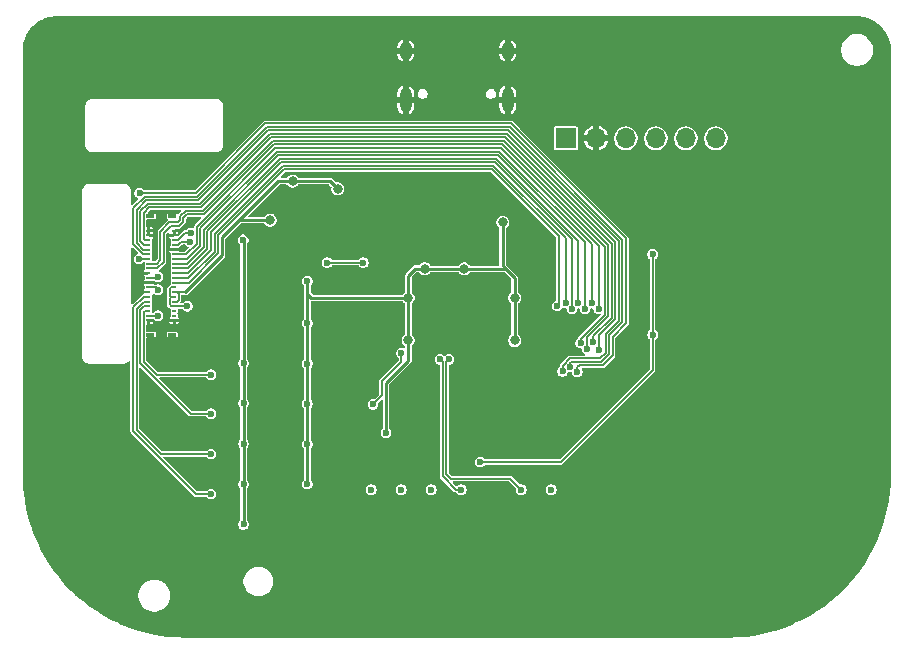
<source format=gtl>
G04 #@! TF.GenerationSoftware,KiCad,Pcbnew,9.0.0*
G04 #@! TF.CreationDate,2025-04-02T18:41:46+03:00*
G04 #@! TF.ProjectId,bbq20_keyboard,62627132-305f-46b6-9579-626f6172642e,2*
G04 #@! TF.SameCoordinates,Original*
G04 #@! TF.FileFunction,Copper,L1,Top*
G04 #@! TF.FilePolarity,Positive*
%FSLAX46Y46*%
G04 Gerber Fmt 4.6, Leading zero omitted, Abs format (unit mm)*
G04 Created by KiCad (PCBNEW 9.0.0) date 2025-04-02 18:41:46*
%MOMM*%
%LPD*%
G01*
G04 APERTURE LIST*
G04 #@! TA.AperFunction,SMDPad,CuDef*
%ADD10R,0.750000X0.300000*%
G04 #@! TD*
G04 #@! TA.AperFunction,SMDPad,CuDef*
%ADD11R,0.420000X0.230000*%
G04 #@! TD*
G04 #@! TA.AperFunction,ComponentPad*
%ADD12R,1.700000X1.700000*%
G04 #@! TD*
G04 #@! TA.AperFunction,ComponentPad*
%ADD13O,1.700000X1.700000*%
G04 #@! TD*
G04 #@! TA.AperFunction,ComponentPad*
%ADD14O,1.000000X1.600000*%
G04 #@! TD*
G04 #@! TA.AperFunction,ComponentPad*
%ADD15O,1.000000X2.100000*%
G04 #@! TD*
G04 #@! TA.AperFunction,ViaPad*
%ADD16C,0.800000*%
G04 #@! TD*
G04 #@! TA.AperFunction,ViaPad*
%ADD17C,0.600000*%
G04 #@! TD*
G04 #@! TA.AperFunction,Conductor*
%ADD18C,0.150000*%
G04 #@! TD*
G04 #@! TA.AperFunction,Conductor*
%ADD19C,0.250000*%
G04 #@! TD*
G04 #@! TA.AperFunction,Conductor*
%ADD20C,0.200000*%
G04 #@! TD*
G04 APERTURE END LIST*
D10*
G04 #@! TO.P,U4,*
G04 #@! TO.N,*
X121875000Y-97110000D03*
X123725000Y-97110000D03*
X121875000Y-87090000D03*
X123725000Y-87090000D03*
D11*
G04 #@! TO.P,U4,1,GND*
G04 #@! TO.N,GND*
X121700000Y-95900000D03*
G04 #@! TO.P,U4,2,TP_SHUTDOWN*
G04 #@! TO.N,/Keyboard/TP_SHUTDOWN_1V8*
X121700000Y-95500000D03*
G04 #@! TO.P,U4,3,TP_SCL*
G04 #@! TO.N,/Keyboard/TP_SCL_1V8*
X121700000Y-95100000D03*
G04 #@! TO.P,U4,4,TP_MOTION*
G04 #@! TO.N,/Keyboard/TP_MOTION_1V8*
X121700000Y-94700000D03*
G04 #@! TO.P,U4,5,TP_SDA*
G04 #@! TO.N,/Keyboard/TP_SDA_1V8*
X121700000Y-94300000D03*
G04 #@! TO.P,U4,6,TP_RESET*
G04 #@! TO.N,/Keyboard/TP_RESET_1V8*
X121700000Y-93900000D03*
G04 #@! TO.P,U4,7,GND*
G04 #@! TO.N,GND*
X121700000Y-93500000D03*
G04 #@! TO.P,U4,8,2V8*
G04 #@! TO.N,+2V8*
X121700000Y-93100000D03*
G04 #@! TO.P,U4,9,GND*
G04 #@! TO.N,GND*
X121700000Y-92700000D03*
G04 #@! TO.P,U4,10,1V8*
G04 #@! TO.N,+1V8*
X121700000Y-92300000D03*
G04 #@! TO.P,U4,11,GND*
G04 #@! TO.N,GND*
X121700000Y-91900000D03*
G04 #@! TO.P,U4,12,COL1*
G04 #@! TO.N,/COL1*
X121700000Y-91500000D03*
G04 #@! TO.P,U4,13,COL2*
G04 #@! TO.N,/COL2*
X121700000Y-91100000D03*
G04 #@! TO.P,U4,14,COL3*
G04 #@! TO.N,/COL3*
X121700000Y-90700000D03*
G04 #@! TO.P,U4,15,COL4*
G04 #@! TO.N,/COL4*
X121700000Y-90300000D03*
G04 #@! TO.P,U4,16,COL5*
G04 #@! TO.N,/COL5*
X121700000Y-89900000D03*
G04 #@! TO.P,U4,17,COL6*
G04 #@! TO.N,/COL6*
X121700000Y-89500000D03*
G04 #@! TO.P,U4,18,COL7*
G04 #@! TO.N,/BOOTSEL*
X121700000Y-89100000D03*
G04 #@! TO.P,U4,19,GND*
G04 #@! TO.N,GND*
X121700000Y-88700000D03*
G04 #@! TO.P,U4,20,GND*
X121700000Y-88300000D03*
G04 #@! TO.P,U4,21,GND*
X123885000Y-88300000D03*
G04 #@! TO.P,U4,22,AGND*
X123885000Y-88700000D03*
G04 #@! TO.P,U4,23,MIC*
G04 #@! TO.N,/MIC*
X123885000Y-89100000D03*
G04 #@! TO.P,U4,24,MIC_VDD*
G04 #@! TO.N,Net-(JP1-B)*
X123885000Y-89500000D03*
G04 #@! TO.P,U4,25,GND*
G04 #@! TO.N,GND*
X123885000Y-89900000D03*
G04 #@! TO.P,U4,26,ROW7*
G04 #@! TO.N,/ROW7*
X123885000Y-90300000D03*
G04 #@! TO.P,U4,27,ROW6*
G04 #@! TO.N,/ROW6*
X123885000Y-90700000D03*
G04 #@! TO.P,U4,28,ROW5*
G04 #@! TO.N,/ROW5*
X123885000Y-91100000D03*
G04 #@! TO.P,U4,29,ROW4*
G04 #@! TO.N,/ROW4*
X123885000Y-91500000D03*
G04 #@! TO.P,U4,30,ROW3*
G04 #@! TO.N,/ROW3*
X123885000Y-91900000D03*
G04 #@! TO.P,U4,31,ROW2*
G04 #@! TO.N,/ROW2*
X123885000Y-92300000D03*
G04 #@! TO.P,U4,32,ROW1*
G04 #@! TO.N,/ROW1*
X123885000Y-92700000D03*
G04 #@! TO.P,U4,33,LEDK*
G04 #@! TO.N,Net-(Q4-D)*
X123885000Y-93100000D03*
G04 #@! TO.P,U4,34,LEDA*
G04 #@! TO.N,+3V3*
X123885000Y-93500000D03*
G04 #@! TO.P,U4,35,LEDK*
G04 #@! TO.N,Net-(Q4-D)*
X123885000Y-93900000D03*
G04 #@! TO.P,U4,36,LEDA*
G04 #@! TO.N,+3V3*
X123885000Y-94300000D03*
G04 #@! TO.P,U4,37,LEDK*
G04 #@! TO.N,Net-(Q4-D)*
X123885000Y-94700000D03*
G04 #@! TO.P,U4,38,NC*
G04 #@! TO.N,unconnected-(U4-NC-Pad38)*
X123885000Y-95100000D03*
G04 #@! TO.P,U4,39,NC*
G04 #@! TO.N,unconnected-(U4-NC-Pad39)*
X123885000Y-95500000D03*
G04 #@! TO.P,U4,40,GND*
G04 #@! TO.N,GND*
X123885000Y-95900000D03*
G04 #@! TD*
D12*
G04 #@! TO.P,J2,1,Pin_1*
G04 #@! TO.N,+3V3*
X157050000Y-80475000D03*
D13*
G04 #@! TO.P,J2,2,Pin_2*
G04 #@! TO.N,GND*
X159590000Y-80475000D03*
G04 #@! TO.P,J2,3,Pin_3*
G04 #@! TO.N,/SDA*
X162130000Y-80475000D03*
G04 #@! TO.P,J2,4,Pin_4*
G04 #@! TO.N,/SCL*
X164670000Y-80475000D03*
G04 #@! TO.P,J2,5,Pin_5*
G04 #@! TO.N,unconnected-(J2-Pin_5-Pad5)*
X167210000Y-80475000D03*
G04 #@! TO.P,J2,6,Pin_6*
G04 #@! TO.N,/INT*
X169750000Y-80475000D03*
G04 #@! TD*
D14*
G04 #@! TO.P,J3,S1,SHIELD*
G04 #@! TO.N,GND*
X143480000Y-73050000D03*
D15*
X143480000Y-77230000D03*
D14*
X152120000Y-73050000D03*
D15*
X152120000Y-77230000D03*
G04 #@! TD*
D16*
G04 #@! TO.N,+3V3*
X132000000Y-87400000D03*
D17*
X135150000Y-99550000D03*
X135150000Y-106350000D03*
D16*
X148440734Y-91540734D03*
X133900000Y-84100000D03*
X151700000Y-87600000D03*
X152700000Y-97600000D03*
D17*
X135150000Y-96150000D03*
X135150000Y-92600000D03*
X135150000Y-102950000D03*
X141800000Y-105400000D03*
X155820000Y-110225000D03*
X135150000Y-109750000D03*
D16*
X145078235Y-91521765D03*
X152700000Y-94000000D03*
X143700000Y-94000000D03*
X137750000Y-84750000D03*
X143700000Y-97600000D03*
G04 #@! TO.N,GND*
X155800000Y-92600000D03*
X128000000Y-92500000D03*
X128800000Y-89100000D03*
D17*
X120700000Y-93500000D03*
X150745000Y-110200000D03*
D16*
X150100000Y-85600000D03*
X139100000Y-100000000D03*
X167500000Y-95000000D03*
X126000000Y-99000000D03*
X123300000Y-109800000D03*
X157000000Y-97600000D03*
X137000000Y-87700000D03*
X140400000Y-102000000D03*
X135300000Y-89400000D03*
X114000000Y-86000000D03*
X129100000Y-75800000D03*
X163000000Y-92400000D03*
D17*
X125181024Y-87432891D03*
D16*
X154900000Y-103100000D03*
X132500000Y-115000000D03*
X145800000Y-94200000D03*
X150600000Y-99000000D03*
X114000000Y-97000000D03*
X167500000Y-82500000D03*
X148450001Y-106000000D03*
X139900000Y-93100000D03*
X126000000Y-96000000D03*
X143324999Y-105600481D03*
D17*
X124679122Y-89775500D03*
D16*
X144000000Y-100100000D03*
D17*
X122700000Y-94300000D03*
D16*
X160000000Y-107500000D03*
D17*
X122300000Y-87800000D03*
D16*
X155700000Y-99900000D03*
D17*
X120700000Y-91900000D03*
D16*
X138300000Y-108000000D03*
X142600000Y-87700000D03*
X137800000Y-96600000D03*
X122500000Y-83000000D03*
X126000000Y-102000000D03*
X140200000Y-98500000D03*
X117100000Y-106400000D03*
X172500000Y-91088070D03*
X165000000Y-102500000D03*
X134700000Y-84800000D03*
X126000000Y-105500000D03*
X126000000Y-109000000D03*
X172500000Y-82500000D03*
X150600000Y-94200000D03*
X139400000Y-77500000D03*
X119000000Y-101000000D03*
D17*
G04 #@! TO.N,+1V8*
X129750000Y-106343750D03*
X122500000Y-92200000D03*
X129750000Y-99525000D03*
X129750000Y-109750000D03*
X129750000Y-113175000D03*
X129750000Y-102925000D03*
X129725000Y-89075000D03*
G04 #@! TO.N,+2V8*
X122500000Y-93300000D03*
G04 #@! TO.N,/SDA*
X139900000Y-91000000D03*
X136850460Y-91000000D03*
G04 #@! TO.N,/Keyboard/TP_SHUTDOWN_1V8*
X122500000Y-95500000D03*
G04 #@! TO.N,/Keyboard/TP_SCL_1V8*
X127000000Y-100500000D03*
G04 #@! TO.N,/Keyboard/TP_MOTION_1V8*
X127000000Y-103800000D03*
G04 #@! TO.N,Net-(JP1-B)*
X125210908Y-89247336D03*
G04 #@! TO.N,/Keyboard/TP_SDA_1V8*
X127000000Y-107200000D03*
G04 #@! TO.N,/Keyboard/TP_RESET_1V8*
X127000000Y-110600000D03*
G04 #@! TO.N,/BOOTSEL*
X145660000Y-110225000D03*
X159354478Y-97769231D03*
X149800000Y-107900000D03*
X164400000Y-90300000D03*
X164400000Y-97100000D03*
G04 #@! TO.N,/~{RESET}*
X143120001Y-110225000D03*
G04 #@! TO.N,/SWCLK*
X153279999Y-110225000D03*
X147149502Y-99199750D03*
G04 #@! TO.N,/SWDIO*
X148200000Y-110225000D03*
X146400000Y-99200500D03*
G04 #@! TO.N,Net-(Q4-D)*
X125000000Y-94700000D03*
G04 #@! TO.N,/TX*
X143125500Y-98675500D03*
X140700000Y-103000000D03*
X140580000Y-110225000D03*
G04 #@! TO.N,/COL1*
X158300000Y-97800000D03*
G04 #@! TO.N,/COL2*
X158829978Y-98329978D03*
G04 #@! TO.N,/COL3*
X158016502Y-100250737D03*
X120960861Y-85097382D03*
X120900000Y-90700000D03*
G04 #@! TO.N,/COL4*
X157400000Y-99824500D03*
G04 #@! TO.N,/COL5*
X156758724Y-100212469D03*
G04 #@! TO.N,/COL6*
X159878989Y-98400000D03*
G04 #@! TO.N,/MIC*
X125278380Y-88500877D03*
G04 #@! TO.N,/ROW7*
X159807290Y-94896900D03*
G04 #@! TO.N,/ROW6*
X159229495Y-94419504D03*
G04 #@! TO.N,/ROW5*
X158674214Y-94922909D03*
G04 #@! TO.N,/ROW4*
X158104995Y-94419504D03*
G04 #@! TO.N,/ROW3*
X157561775Y-94935901D03*
G04 #@! TO.N,/ROW2*
X157018555Y-94419504D03*
G04 #@! TO.N,/ROW1*
X156310707Y-94665882D03*
G04 #@! TD*
D18*
G04 #@! TO.N,+3V3*
X124249511Y-94150489D02*
X124249511Y-93649511D01*
D19*
X143700000Y-99300000D02*
X143700000Y-97600000D01*
X129400000Y-87400000D02*
X132700000Y-84100000D01*
X137750000Y-84750000D02*
X137100000Y-84100000D01*
D20*
X124800000Y-93500000D02*
X123885000Y-93500000D01*
D19*
X141800000Y-105400000D02*
X141800000Y-101200000D01*
X143700000Y-92100000D02*
X143700000Y-94000000D01*
X145078235Y-91521765D02*
X144278235Y-91521765D01*
D18*
X123885000Y-94300000D02*
X124100000Y-94300000D01*
D19*
X152700000Y-94000000D02*
X152700000Y-97600000D01*
X141800000Y-101200000D02*
X143700000Y-99300000D01*
X132000000Y-87400000D02*
X129400000Y-87400000D01*
X151700000Y-91300000D02*
X152700000Y-92300000D01*
X148440734Y-91540734D02*
X151940734Y-91540734D01*
X144278235Y-91521765D02*
X143700000Y-92100000D01*
X127949520Y-88850480D02*
X127949520Y-90350480D01*
D18*
X124100000Y-94300000D02*
X124249511Y-94150489D01*
D19*
X132700000Y-84100000D02*
X133900000Y-84100000D01*
D18*
X124249511Y-93649511D02*
X124100000Y-93500000D01*
D19*
X143700000Y-94000000D02*
X143700000Y-97600000D01*
D18*
X124100000Y-93500000D02*
X123885000Y-93500000D01*
D19*
X152700000Y-92300000D02*
X152700000Y-94000000D01*
X135500000Y-94000000D02*
X135150000Y-93650000D01*
X127949520Y-90350480D02*
X124800000Y-93500000D01*
X135150000Y-102950000D02*
X135150000Y-109750000D01*
X135150000Y-99550000D02*
X135150000Y-102950000D01*
X135150000Y-99550000D02*
X135150000Y-92600000D01*
X137100000Y-84100000D02*
X133900000Y-84100000D01*
X143700000Y-94000000D02*
X135500000Y-94000000D01*
X129400000Y-87400000D02*
X127949520Y-88850480D01*
X151700000Y-87600000D02*
X151700000Y-91300000D01*
X148440734Y-91540734D02*
X145097204Y-91540734D01*
X145097204Y-91540734D02*
X145078235Y-91521765D01*
D18*
G04 #@! TO.N,GND*
X124165679Y-88700000D02*
X124313915Y-88551764D01*
X123885000Y-89900000D02*
X124554622Y-89900000D01*
X124313915Y-88551764D02*
X124313915Y-88300000D01*
X124313915Y-88300000D02*
X125181024Y-87432891D01*
X123885000Y-88300000D02*
X124313915Y-88300000D01*
X123885000Y-88700000D02*
X124165679Y-88700000D01*
X124554622Y-89900000D02*
X124679122Y-89775500D01*
G04 #@! TO.N,+1V8*
X122400000Y-92300000D02*
X122500000Y-92200000D01*
X121700000Y-92300000D02*
X122400000Y-92300000D01*
D19*
X129750000Y-89100000D02*
X129750000Y-99525000D01*
X129750000Y-106343750D02*
X129750000Y-99525000D01*
X129750000Y-113175000D02*
X129750000Y-106343750D01*
X129725000Y-89075000D02*
X129750000Y-89100000D01*
D18*
G04 #@! TO.N,+2V8*
X122500000Y-93300000D02*
X122300000Y-93100000D01*
X122300000Y-93100000D02*
X121700000Y-93100000D01*
G04 #@! TO.N,/SDA*
X136850460Y-91000000D02*
X139900000Y-91000000D01*
G04 #@! TO.N,/Keyboard/TP_SHUTDOWN_1V8*
X122500000Y-95500000D02*
X121700000Y-95500000D01*
G04 #@! TO.N,/Keyboard/TP_SCL_1V8*
X122400000Y-100500000D02*
X127000000Y-100500000D01*
X121700000Y-95100000D02*
X121400000Y-95100000D01*
X121400000Y-95100000D02*
X121300000Y-95200000D01*
X121300000Y-99400000D02*
X122400000Y-100500000D01*
X121300000Y-95200000D02*
X121300000Y-99400000D01*
G04 #@! TO.N,/Keyboard/TP_MOTION_1V8*
X121000480Y-99524066D02*
X125276414Y-103800000D01*
X121340000Y-94700000D02*
X121000480Y-95039520D01*
X121700000Y-94700000D02*
X121340000Y-94700000D01*
X125276414Y-103800000D02*
X127000000Y-103800000D01*
X121000480Y-95039520D02*
X121000480Y-99524066D01*
G04 #@! TO.N,Net-(JP1-B)*
X125210908Y-89247336D02*
X124465514Y-89247336D01*
X124465514Y-89247336D02*
X124212850Y-89500000D01*
X124212850Y-89500000D02*
X123885000Y-89500000D01*
G04 #@! TO.N,/Keyboard/TP_SDA_1V8*
X122723586Y-107200000D02*
X127000000Y-107200000D01*
X121700000Y-94300000D02*
X121316415Y-94300000D01*
X121316415Y-94300000D02*
X120700960Y-94915455D01*
X120700960Y-94915455D02*
X120700960Y-105177374D01*
X120700960Y-105177374D02*
X122723586Y-107200000D01*
G04 #@! TO.N,/Keyboard/TP_RESET_1V8*
X121700000Y-93900000D02*
X121292829Y-93900000D01*
X121292829Y-93900000D02*
X120400000Y-94792829D01*
X120400000Y-105300000D02*
X125700000Y-110600000D01*
X125700000Y-110600000D02*
X127000000Y-110600000D01*
X120400000Y-94792829D02*
X120400000Y-105300000D01*
G04 #@! TO.N,/BOOTSEL*
X151655604Y-80400960D02*
X151657044Y-80399520D01*
X121500000Y-89100000D02*
X121400000Y-89100000D01*
X156600000Y-107900000D02*
X149800000Y-107900000D01*
X121400000Y-89100000D02*
X121300000Y-89000000D01*
X151905176Y-80399520D02*
X160930841Y-89425185D01*
X164400000Y-90300000D02*
X164400000Y-100100000D01*
X151657044Y-80399520D02*
X151905176Y-80399520D01*
X132086768Y-80400961D02*
X151655604Y-80400960D01*
X121761418Y-86309340D02*
X126178389Y-86309340D01*
X159354478Y-97238656D02*
X159354478Y-97769231D01*
X121300000Y-86770758D02*
X121761418Y-86309340D01*
X160930841Y-95662292D02*
X159354478Y-97238656D01*
X121300000Y-89000000D02*
X121300000Y-86770758D01*
X160930841Y-89425185D02*
X160930841Y-95662292D01*
X164400000Y-100100000D02*
X156600000Y-107900000D01*
X126178389Y-86309340D02*
X132086768Y-80400961D01*
G04 #@! TO.N,/SWCLK*
X146900000Y-99449252D02*
X146900000Y-108900000D01*
X147149502Y-99199750D02*
X146900000Y-99449252D01*
X146900000Y-108900000D02*
X147300000Y-109300000D01*
X152354999Y-109300000D02*
X153279999Y-110225000D01*
X147300000Y-109300000D02*
X152354999Y-109300000D01*
G04 #@! TO.N,/SWDIO*
X146600480Y-99400980D02*
X146600480Y-109100480D01*
X146400000Y-99200500D02*
X146600480Y-99400980D01*
X147725000Y-110225000D02*
X148200000Y-110225000D01*
X146600480Y-109100480D02*
X147725000Y-110225000D01*
G04 #@! TO.N,Net-(Q4-D)*
X123650978Y-94700000D02*
X123500000Y-94549022D01*
X123600000Y-93900000D02*
X123500000Y-93800000D01*
X123500000Y-93250978D02*
X123650978Y-93100000D01*
D20*
X125000000Y-94700000D02*
X123885000Y-94700000D01*
D18*
X123885000Y-94700000D02*
X123650978Y-94700000D01*
X123500000Y-94549022D02*
X123500000Y-94050978D01*
X123500000Y-93800000D02*
X123500000Y-93250978D01*
X123500000Y-94050978D02*
X123650978Y-93900000D01*
X123600000Y-93900000D02*
X123885000Y-93900000D01*
X123650978Y-93100000D02*
X123885000Y-93100000D01*
G04 #@! TO.N,/TX*
X141450480Y-102249520D02*
X141450480Y-101055225D01*
X141450480Y-101055225D02*
X143125500Y-99380204D01*
X143125500Y-99380204D02*
X143125500Y-98675500D01*
X140700000Y-103000000D02*
X141450480Y-102249520D01*
G04 #@! TO.N,/COL1*
X124656513Y-87533815D02*
X124656513Y-87215630D01*
X151658483Y-81000000D02*
X160331801Y-89673317D01*
X123600480Y-87899520D02*
X124290808Y-87899520D01*
X126426521Y-86908380D02*
X132334900Y-81000001D01*
X124290808Y-87899520D02*
X124656513Y-87533815D01*
X124963763Y-86908380D02*
X126426521Y-86908380D01*
X122999520Y-90924066D02*
X122999520Y-88500480D01*
X160331801Y-89673317D02*
X160331801Y-95414162D01*
X160331801Y-95414162D02*
X158300000Y-97445963D01*
X122423586Y-91500000D02*
X122999520Y-90924066D01*
X158300000Y-97445963D02*
X158300000Y-97800000D01*
X122999520Y-88500480D02*
X123600480Y-87899520D01*
X121700000Y-91500000D02*
X122423586Y-91500000D01*
X124656513Y-87215630D02*
X124963763Y-86908380D01*
X132334900Y-81000001D02*
X151658483Y-81000000D01*
G04 #@! TO.N,/COL2*
X151779670Y-80700480D02*
X132210834Y-80700481D01*
X132210834Y-80700481D02*
X126302455Y-86608860D01*
X122400000Y-91100000D02*
X121700000Y-91100000D01*
X124166743Y-87600000D02*
X123476414Y-87600000D01*
X122700000Y-88376414D02*
X122700000Y-90800000D01*
X123476414Y-87600000D02*
X122700000Y-88376414D01*
X124356993Y-87091564D02*
X124356993Y-87409750D01*
X158829978Y-98329978D02*
X158829978Y-97339570D01*
X122700000Y-90800000D02*
X122400000Y-91100000D01*
X158829978Y-97339570D02*
X160631321Y-95538227D01*
X124356993Y-87409750D02*
X124166743Y-87600000D01*
X124839697Y-86608860D02*
X124356993Y-87091564D01*
X160631321Y-89549251D02*
X151781110Y-80699040D01*
X126302455Y-86608860D02*
X124839697Y-86608860D01*
X160631321Y-95538227D02*
X160631321Y-89549251D01*
X151781110Y-80699040D02*
X151779670Y-80700480D01*
G04 #@! TO.N,/COL3*
X158200960Y-99699040D02*
X158016502Y-99883498D01*
X125696004Y-85097382D02*
X131593386Y-79200000D01*
X162128921Y-88928922D02*
X162128921Y-96158555D01*
X162128921Y-96158555D02*
X161002540Y-97284938D01*
X161002540Y-98865393D02*
X160168893Y-99699040D01*
X161002540Y-97284938D02*
X161002540Y-98865393D01*
X120900000Y-90700000D02*
X121700000Y-90700000D01*
X160168893Y-99699040D02*
X158200960Y-99699040D01*
X152400000Y-79200000D02*
X162128921Y-88928922D01*
X120960861Y-85097382D02*
X125696004Y-85097382D01*
X131593386Y-79200000D02*
X152400000Y-79200000D01*
X158016502Y-99883498D02*
X158016502Y-100250737D01*
G04 #@! TO.N,/COL4*
X120401440Y-86398560D02*
X120401440Y-89448611D01*
X125806192Y-85410780D02*
X121389220Y-85410780D01*
X157506794Y-99399520D02*
X160044827Y-99399520D01*
X121252828Y-90300000D02*
X121700000Y-90300000D01*
X161829401Y-96034490D02*
X161829401Y-89052987D01*
X161829401Y-89052987D02*
X152275934Y-79499520D01*
X157400000Y-99824500D02*
X157400000Y-99506314D01*
X136201440Y-79499520D02*
X136200000Y-79500960D01*
X160703020Y-98058674D02*
X160699520Y-98055174D01*
X160699520Y-97164372D02*
X161829401Y-96034490D01*
X136200000Y-79500960D02*
X131716012Y-79500960D01*
X121389220Y-85410780D02*
X120401440Y-86398560D01*
X160699520Y-98055174D02*
X160699520Y-97164372D01*
X120401440Y-89448611D02*
X121252828Y-90300000D01*
X160044827Y-99399520D02*
X160703020Y-98741327D01*
X160703020Y-98741327D02*
X160703020Y-98058674D01*
X131716012Y-79500960D02*
X125806192Y-85410780D01*
X152275934Y-79499520D02*
X136201440Y-79499520D01*
X157400000Y-99506314D02*
X157506794Y-99399520D01*
G04 #@! TO.N,/COL5*
X131840078Y-79800480D02*
X152150428Y-79800480D01*
X120700960Y-86522626D02*
X121513286Y-85710300D01*
X121276414Y-89900000D02*
X120700960Y-89324546D01*
X160400000Y-98179239D02*
X160403500Y-98182739D01*
X160400000Y-97040306D02*
X160400000Y-98179239D01*
X121513286Y-85710300D02*
X125930257Y-85710300D01*
X120700960Y-89324546D02*
X120700960Y-86522626D01*
X159920761Y-99100000D02*
X157382728Y-99100000D01*
X125930257Y-85710300D02*
X131840078Y-79800480D01*
X152150428Y-79800480D02*
X152151868Y-79799040D01*
X121700000Y-89900000D02*
X121276414Y-89900000D01*
X161529881Y-95910425D02*
X160400000Y-97040306D01*
X157382728Y-99100000D02*
X156758724Y-99724004D01*
X161529881Y-89177053D02*
X161529881Y-95910425D01*
X160403500Y-98617261D02*
X159920761Y-99100000D01*
X156758724Y-99724004D02*
X156758724Y-100212469D01*
X152151868Y-79799040D02*
X161529881Y-89177053D01*
X160403500Y-98182739D02*
X160403500Y-98617261D01*
G04 #@! TO.N,/COL6*
X159878989Y-97137731D02*
X159878989Y-98400000D01*
X131964143Y-80100000D02*
X152029242Y-80100000D01*
X161230361Y-89301119D02*
X161230361Y-95786357D01*
X121637352Y-86009820D02*
X126054323Y-86009820D01*
X152029242Y-80100000D02*
X161230361Y-89301119D01*
X121300000Y-89500000D02*
X121000480Y-89200480D01*
X161230361Y-95786357D02*
X159878989Y-97137731D01*
X121000480Y-86646692D02*
X121637352Y-86009820D01*
X121700000Y-89500000D02*
X121300000Y-89500000D01*
X126054323Y-86009820D02*
X131964143Y-80100000D01*
X121000480Y-89200480D02*
X121000480Y-86646692D01*
G04 #@! TO.N,/MIC*
X124189265Y-89100000D02*
X123885000Y-89100000D01*
X124788388Y-88500877D02*
X124189265Y-89100000D01*
X125278380Y-88500877D02*
X124788388Y-88500877D01*
G04 #@! TO.N,/ROW7*
X132458965Y-81299521D02*
X125802880Y-87955608D01*
X151534418Y-81299520D02*
X132458965Y-81299521D01*
X159807290Y-89572392D02*
X151534418Y-81299520D01*
X159807290Y-94896900D02*
X159807290Y-89572392D01*
X124900000Y-90300000D02*
X123885000Y-90300000D01*
X125802880Y-87955608D02*
X125802880Y-89397120D01*
X125802880Y-89397120D02*
X124900000Y-90300000D01*
G04 #@! TO.N,/ROW6*
X132583031Y-81599041D02*
X126102400Y-88079673D01*
X151410350Y-81599040D02*
X132583031Y-81599041D01*
X159229495Y-89418183D02*
X151410350Y-81599040D01*
X124976414Y-90700000D02*
X123885000Y-90700000D01*
X126102400Y-89574014D02*
X124976414Y-90700000D01*
X159229495Y-94419504D02*
X159229495Y-89418183D01*
X126102400Y-88079673D02*
X126102400Y-89574014D01*
G04 #@! TO.N,/ROW5*
X158674214Y-94922909D02*
X158674214Y-89286488D01*
X151286285Y-81898560D02*
X132707097Y-81898561D01*
X126401920Y-89698080D02*
X125000000Y-91100000D01*
X158674214Y-89286488D02*
X151286285Y-81898560D01*
X125000000Y-91100000D02*
X123885000Y-91100000D01*
X126401920Y-88203738D02*
X126401920Y-89698080D01*
X132707097Y-81898561D02*
X126401920Y-88203738D01*
G04 #@! TO.N,/ROW4*
X158104995Y-89140855D02*
X151162220Y-82198080D01*
X158104995Y-94419504D02*
X158104995Y-89140855D01*
X126701440Y-89822146D02*
X125023586Y-91500000D01*
X151162220Y-82198080D02*
X132831163Y-82198081D01*
X126701440Y-88327803D02*
X126701440Y-89822146D01*
X132831163Y-82198081D02*
X126701440Y-88327803D01*
X125023586Y-91500000D02*
X123885000Y-91500000D01*
G04 #@! TO.N,/ROW3*
X127000960Y-88451868D02*
X127000960Y-89946212D01*
X125047172Y-91900000D02*
X123885000Y-91900000D01*
X127000960Y-89946212D02*
X125047172Y-91900000D01*
X151038152Y-82497600D02*
X132955229Y-82497600D01*
X157561775Y-94935901D02*
X157561775Y-89021221D01*
X127000960Y-88451868D02*
X132955229Y-82497600D01*
X157561775Y-89021221D02*
X151038152Y-82497600D01*
G04 #@! TO.N,/ROW2*
X150914087Y-82797120D02*
X157018555Y-88901587D01*
X133079295Y-82797120D02*
X150914087Y-82797120D01*
X125070758Y-92300000D02*
X127300480Y-90070278D01*
X123885000Y-92300000D02*
X125070758Y-92300000D01*
X127300480Y-88575934D02*
X133079295Y-82797120D01*
X157018555Y-88901587D02*
X157018555Y-94419504D01*
X127300480Y-90070278D02*
X127300480Y-88575934D01*
G04 #@! TO.N,/ROW1*
X156424511Y-94552078D02*
X156424511Y-88731129D01*
X125094343Y-92700000D02*
X123885000Y-92700000D01*
X127600000Y-88700000D02*
X127600000Y-90194343D01*
X150790022Y-83096640D02*
X133203360Y-83096640D01*
X156424511Y-88731129D02*
X150790022Y-83096640D01*
X133203360Y-83096640D02*
X127600000Y-88700000D01*
X127600000Y-90194343D02*
X125094343Y-92700000D01*
X156310707Y-94665882D02*
X156424511Y-94552078D01*
G04 #@! TD*
G04 #@! TA.AperFunction,Conductor*
G04 #@! TO.N,GND*
G36*
X124468486Y-86556514D02*
G01*
X124490160Y-86608840D01*
X124468486Y-86661166D01*
X124254721Y-86874929D01*
X124202395Y-86896603D01*
X124161282Y-86884131D01*
X124131411Y-86864171D01*
X124119669Y-86861835D01*
X124107928Y-86859500D01*
X123342072Y-86859500D01*
X123334244Y-86861057D01*
X123318588Y-86864171D01*
X123291964Y-86881961D01*
X123291961Y-86881964D01*
X123274171Y-86908588D01*
X123269500Y-86932072D01*
X123269500Y-87247927D01*
X123274171Y-87271411D01*
X123291961Y-87298035D01*
X123291962Y-87298036D01*
X123291963Y-87298037D01*
X123302386Y-87305001D01*
X123317404Y-87315037D01*
X123321614Y-87321338D01*
X123328615Y-87324238D01*
X123336875Y-87344180D01*
X123348869Y-87362131D01*
X123347390Y-87369563D01*
X123350290Y-87376564D01*
X123342030Y-87396505D01*
X123337818Y-87417679D01*
X123328617Y-87428890D01*
X123285245Y-87472263D01*
X122508831Y-88248677D01*
X122508830Y-88248679D01*
X122474499Y-88331558D01*
X122474499Y-88429880D01*
X122474500Y-88429889D01*
X122474500Y-90675943D01*
X122452826Y-90728269D01*
X122328269Y-90852826D01*
X122275943Y-90874500D01*
X122064500Y-90874500D01*
X122012174Y-90852826D01*
X121990500Y-90800500D01*
X121990500Y-90577072D01*
X121990408Y-90576609D01*
X121985829Y-90553590D01*
X121977493Y-90541114D01*
X121966441Y-90485566D01*
X121977493Y-90458886D01*
X121985828Y-90446411D01*
X121985827Y-90446411D01*
X121985829Y-90446410D01*
X121990500Y-90422928D01*
X121990500Y-90177072D01*
X121985829Y-90153590D01*
X121977493Y-90141114D01*
X121966441Y-90085566D01*
X121977493Y-90058886D01*
X121985828Y-90046411D01*
X121985827Y-90046411D01*
X121985829Y-90046410D01*
X121990500Y-90022928D01*
X121990500Y-89777072D01*
X121985829Y-89753590D01*
X121985828Y-89753588D01*
X121977493Y-89741114D01*
X121966441Y-89685566D01*
X121977493Y-89658886D01*
X121985828Y-89646411D01*
X121985827Y-89646411D01*
X121985829Y-89646410D01*
X121990500Y-89622928D01*
X121990500Y-89377072D01*
X121985829Y-89353590D01*
X121984508Y-89351613D01*
X121977493Y-89341114D01*
X121966441Y-89285566D01*
X121977493Y-89258886D01*
X121984174Y-89248887D01*
X121985829Y-89246410D01*
X121990500Y-89222928D01*
X121990500Y-89041303D01*
X122012174Y-88988977D01*
X122023389Y-88979774D01*
X122054188Y-88959195D01*
X122098396Y-88893034D01*
X122110000Y-88834697D01*
X122110000Y-88815000D01*
X121774000Y-88815000D01*
X121721674Y-88793326D01*
X121700000Y-88741000D01*
X121700000Y-88700000D01*
X121659000Y-88700000D01*
X121606674Y-88678326D01*
X121585000Y-88626000D01*
X121585000Y-88585000D01*
X121815000Y-88585000D01*
X122110000Y-88585000D01*
X122110000Y-88565303D01*
X122099882Y-88514437D01*
X122099882Y-88485563D01*
X122110000Y-88434696D01*
X122110000Y-88415000D01*
X121815000Y-88415000D01*
X121815000Y-88585000D01*
X121585000Y-88585000D01*
X121585000Y-88185000D01*
X121815000Y-88185000D01*
X122110000Y-88185000D01*
X122110000Y-88165302D01*
X122098396Y-88106964D01*
X122054192Y-88040808D01*
X122054191Y-88040807D01*
X121988035Y-87996603D01*
X121929697Y-87985000D01*
X121815000Y-87985000D01*
X121815000Y-88185000D01*
X121585000Y-88185000D01*
X121585000Y-87985000D01*
X121574747Y-87974747D01*
X121547174Y-87963326D01*
X121525500Y-87911000D01*
X121525500Y-87394500D01*
X121547174Y-87342174D01*
X121599500Y-87320500D01*
X122257927Y-87320500D01*
X122257928Y-87320500D01*
X122281410Y-87315829D01*
X122308037Y-87298037D01*
X122325829Y-87271410D01*
X122330500Y-87247928D01*
X122330500Y-86932072D01*
X122325829Y-86908590D01*
X122320352Y-86900394D01*
X122308038Y-86881964D01*
X122308035Y-86881961D01*
X122281411Y-86864171D01*
X122269669Y-86861835D01*
X122257928Y-86859500D01*
X122257927Y-86859500D01*
X121708815Y-86859500D01*
X121656489Y-86837826D01*
X121634815Y-86785500D01*
X121656489Y-86733174D01*
X121833149Y-86556514D01*
X121885475Y-86534840D01*
X124416160Y-86534840D01*
X124468486Y-86556514D01*
G37*
G04 #@! TD.AperFunction*
G04 #@! TA.AperFunction,Conductor*
G36*
X181702065Y-70150615D02*
G01*
X182014905Y-70168184D01*
X182023141Y-70169113D01*
X182329975Y-70221246D01*
X182338058Y-70223091D01*
X182637147Y-70309256D01*
X182644960Y-70311990D01*
X182932511Y-70431098D01*
X182939987Y-70434698D01*
X183212398Y-70585254D01*
X183219412Y-70589662D01*
X183473239Y-70769762D01*
X183479726Y-70774934D01*
X183711807Y-70982334D01*
X183717670Y-70988197D01*
X183925064Y-71220272D01*
X183930237Y-71226760D01*
X184110333Y-71480581D01*
X184114749Y-71487608D01*
X184265301Y-71760012D01*
X184268901Y-71767488D01*
X184388005Y-72055029D01*
X184390746Y-72062862D01*
X184476907Y-72361937D01*
X184478753Y-72370027D01*
X184530885Y-72676852D01*
X184531815Y-72685099D01*
X184549384Y-72997934D01*
X184549500Y-73002083D01*
X184549500Y-108999017D01*
X184549475Y-109000954D01*
X184530707Y-109717660D01*
X184530504Y-109721529D01*
X184474330Y-110435282D01*
X184473925Y-110439135D01*
X184380473Y-111148975D01*
X184379867Y-111152801D01*
X184249391Y-111856783D01*
X184248585Y-111860573D01*
X184081452Y-112556736D01*
X184080450Y-112560478D01*
X183877098Y-113246982D01*
X183875900Y-113250667D01*
X183636913Y-113925546D01*
X183635525Y-113929163D01*
X183361532Y-114590640D01*
X183359956Y-114594179D01*
X183051727Y-115240394D01*
X183049968Y-115243846D01*
X182708340Y-115873047D01*
X182706403Y-115876402D01*
X182332312Y-116486862D01*
X182330202Y-116490111D01*
X181924676Y-117080156D01*
X181922399Y-117083290D01*
X181486549Y-117651300D01*
X181484111Y-117654311D01*
X181019130Y-118198734D01*
X181016538Y-118201613D01*
X180523699Y-118720959D01*
X180520959Y-118723699D01*
X180001613Y-119216538D01*
X179998734Y-119219130D01*
X179454311Y-119684111D01*
X179451300Y-119686549D01*
X178883290Y-120122399D01*
X178880156Y-120124676D01*
X178290111Y-120530202D01*
X178286862Y-120532312D01*
X177676402Y-120906403D01*
X177673047Y-120908340D01*
X177043846Y-121249968D01*
X177040394Y-121251727D01*
X176394179Y-121559956D01*
X176390640Y-121561532D01*
X175729163Y-121835525D01*
X175725546Y-121836913D01*
X175050667Y-122075900D01*
X175046982Y-122077098D01*
X174360478Y-122280450D01*
X174356736Y-122281452D01*
X173660573Y-122448585D01*
X173656783Y-122449391D01*
X172952801Y-122579867D01*
X172948975Y-122580473D01*
X172239135Y-122673925D01*
X172235282Y-122674330D01*
X171521529Y-122730504D01*
X171517660Y-122730707D01*
X170800955Y-122749475D01*
X170799018Y-122749500D01*
X124800982Y-122749500D01*
X124799045Y-122749475D01*
X124082339Y-122730707D01*
X124078470Y-122730504D01*
X123364717Y-122674330D01*
X123360864Y-122673925D01*
X122651024Y-122580473D01*
X122647198Y-122579867D01*
X121943216Y-122449391D01*
X121939426Y-122448585D01*
X121243263Y-122281452D01*
X121239521Y-122280450D01*
X120553017Y-122077098D01*
X120549332Y-122075900D01*
X119874453Y-121836913D01*
X119870836Y-121835525D01*
X119209359Y-121561532D01*
X119205820Y-121559956D01*
X118559605Y-121251727D01*
X118556153Y-121249968D01*
X117926952Y-120908340D01*
X117923597Y-120906403D01*
X117313137Y-120532312D01*
X117309888Y-120530202D01*
X116719843Y-120124676D01*
X116716709Y-120122399D01*
X116148699Y-119686549D01*
X116145688Y-119684111D01*
X115601265Y-119219130D01*
X115598386Y-119216538D01*
X115522457Y-119144484D01*
X115468953Y-119093711D01*
X120849500Y-119093711D01*
X120849500Y-119306288D01*
X120882753Y-119516240D01*
X120882756Y-119516253D01*
X120948440Y-119718406D01*
X121044948Y-119907816D01*
X121121475Y-120013146D01*
X121169896Y-120079792D01*
X121320208Y-120230104D01*
X121415656Y-120299451D01*
X121492183Y-120355051D01*
X121583474Y-120401565D01*
X121681588Y-120451557D01*
X121681590Y-120451557D01*
X121681593Y-120451559D01*
X121883746Y-120517243D01*
X121883752Y-120517244D01*
X121883757Y-120517246D01*
X121972496Y-120531301D01*
X122093711Y-120550500D01*
X122093713Y-120550500D01*
X122306289Y-120550500D01*
X122390269Y-120537198D01*
X122516243Y-120517246D01*
X122516250Y-120517243D01*
X122516253Y-120517243D01*
X122718406Y-120451559D01*
X122718406Y-120451558D01*
X122718412Y-120451557D01*
X122907816Y-120355051D01*
X123079792Y-120230104D01*
X123230104Y-120079792D01*
X123355051Y-119907816D01*
X123451557Y-119718412D01*
X123517246Y-119516243D01*
X123550500Y-119306287D01*
X123550500Y-119093713D01*
X123517246Y-118883757D01*
X123517244Y-118883752D01*
X123517243Y-118883746D01*
X123451559Y-118681593D01*
X123451557Y-118681590D01*
X123451557Y-118681588D01*
X123399475Y-118579371D01*
X123355051Y-118492183D01*
X123254155Y-118353312D01*
X123230104Y-118320208D01*
X123079792Y-118169896D01*
X122981409Y-118098417D01*
X122907816Y-118044948D01*
X122784099Y-117981912D01*
X122718412Y-117948443D01*
X122718411Y-117948442D01*
X122718406Y-117948440D01*
X122574193Y-117901582D01*
X129749500Y-117901582D01*
X129749500Y-118098417D01*
X129780290Y-118292823D01*
X129780293Y-118292836D01*
X129841113Y-118480019D01*
X129930475Y-118655404D01*
X129980094Y-118723699D01*
X130046172Y-118814646D01*
X130185354Y-118953828D01*
X130344595Y-119069524D01*
X130519975Y-119158884D01*
X130519977Y-119158884D01*
X130519980Y-119158886D01*
X130707163Y-119219706D01*
X130707169Y-119219707D01*
X130707174Y-119219709D01*
X130836780Y-119240236D01*
X130901582Y-119250500D01*
X130901583Y-119250500D01*
X131098418Y-119250500D01*
X131147019Y-119242802D01*
X131292826Y-119219709D01*
X131292833Y-119219706D01*
X131292836Y-119219706D01*
X131480019Y-119158886D01*
X131480019Y-119158885D01*
X131480025Y-119158884D01*
X131655405Y-119069524D01*
X131814646Y-118953828D01*
X131953828Y-118814646D01*
X132069524Y-118655405D01*
X132158884Y-118480025D01*
X132219709Y-118292826D01*
X132250500Y-118098417D01*
X132250500Y-117901583D01*
X132219709Y-117707174D01*
X132219707Y-117707169D01*
X132219706Y-117707163D01*
X132158886Y-117519980D01*
X132158884Y-117519977D01*
X132158884Y-117519975D01*
X132069524Y-117344595D01*
X131953828Y-117185354D01*
X131814646Y-117046172D01*
X131814643Y-117046169D01*
X131814641Y-117046168D01*
X131655404Y-116930475D01*
X131480019Y-116841113D01*
X131292836Y-116780293D01*
X131292823Y-116780290D01*
X131098418Y-116749500D01*
X131098417Y-116749500D01*
X130901583Y-116749500D01*
X130901582Y-116749500D01*
X130707176Y-116780290D01*
X130707163Y-116780293D01*
X130519980Y-116841113D01*
X130344595Y-116930475D01*
X130185358Y-117046168D01*
X130046168Y-117185358D01*
X129930475Y-117344595D01*
X129841113Y-117519980D01*
X129780293Y-117707163D01*
X129780290Y-117707176D01*
X129749500Y-117901582D01*
X122574193Y-117901582D01*
X122516253Y-117882756D01*
X122516240Y-117882753D01*
X122306289Y-117849500D01*
X122306287Y-117849500D01*
X122093713Y-117849500D01*
X122093711Y-117849500D01*
X121883759Y-117882753D01*
X121883746Y-117882756D01*
X121681593Y-117948440D01*
X121492183Y-118044948D01*
X121320212Y-118169893D01*
X121320208Y-118169896D01*
X121169896Y-118320208D01*
X121169893Y-118320211D01*
X121169893Y-118320212D01*
X121044948Y-118492183D01*
X120948440Y-118681593D01*
X120882756Y-118883746D01*
X120882753Y-118883759D01*
X120849500Y-119093711D01*
X115468953Y-119093711D01*
X115174879Y-118814646D01*
X115079026Y-118723685D01*
X115076314Y-118720973D01*
X114670028Y-118292836D01*
X114583461Y-118201613D01*
X114580869Y-118198734D01*
X114115888Y-117654311D01*
X114113450Y-117651300D01*
X113677600Y-117083290D01*
X113675323Y-117080156D01*
X113651966Y-117046172D01*
X113269797Y-116490111D01*
X113267687Y-116486862D01*
X112893596Y-115876402D01*
X112891659Y-115873047D01*
X112550031Y-115243846D01*
X112548272Y-115240394D01*
X112410535Y-114951622D01*
X112240034Y-114594159D01*
X112238475Y-114590660D01*
X111964467Y-113929145D01*
X111963093Y-113925564D01*
X111724099Y-113250667D01*
X111722901Y-113246982D01*
X111684010Y-113115688D01*
X111519541Y-112560449D01*
X111518554Y-112556765D01*
X111351414Y-111860573D01*
X111350608Y-111856783D01*
X111220132Y-111152801D01*
X111219526Y-111148975D01*
X111126074Y-110439135D01*
X111125669Y-110435282D01*
X111104452Y-110165691D01*
X111069494Y-109721515D01*
X111069292Y-109717660D01*
X111064260Y-109525500D01*
X111050525Y-109000954D01*
X111050500Y-108999017D01*
X111050500Y-84926705D01*
X116049500Y-84926705D01*
X116049500Y-84950171D01*
X116049500Y-98855829D01*
X116049500Y-98899998D01*
X116049500Y-98973292D01*
X116061499Y-99025864D01*
X116082117Y-99116202D01*
X116082119Y-99116206D01*
X116145718Y-99248272D01*
X116145721Y-99248277D01*
X116192228Y-99306595D01*
X116237115Y-99362882D01*
X116351722Y-99454278D01*
X116375415Y-99465688D01*
X116483784Y-99517878D01*
X116483788Y-99517879D01*
X116483792Y-99517881D01*
X116626705Y-99550500D01*
X116626708Y-99550500D01*
X119673289Y-99550500D01*
X119673292Y-99550500D01*
X119816204Y-99517882D01*
X119948275Y-99454280D01*
X120054362Y-99369678D01*
X120108786Y-99354000D01*
X120158356Y-99381397D01*
X120174500Y-99427535D01*
X120174500Y-105255142D01*
X120174499Y-105255145D01*
X120174499Y-105344855D01*
X120184312Y-105368544D01*
X120188425Y-105378475D01*
X120188426Y-105378477D01*
X120208828Y-105427733D01*
X120208831Y-105427737D01*
X120282671Y-105501577D01*
X120282673Y-105501578D01*
X125508829Y-110727734D01*
X125508830Y-110727736D01*
X125572264Y-110791170D01*
X125595914Y-110800966D01*
X125655145Y-110825501D01*
X125753467Y-110825501D01*
X125753475Y-110825500D01*
X126567277Y-110825500D01*
X126619603Y-110847174D01*
X126631362Y-110862499D01*
X126639511Y-110876613D01*
X126723387Y-110960489D01*
X126826114Y-111019799D01*
X126826115Y-111019799D01*
X126826117Y-111019800D01*
X126883402Y-111035149D01*
X126940688Y-111050499D01*
X126940689Y-111050500D01*
X126940691Y-111050500D01*
X127059311Y-111050500D01*
X127059311Y-111050499D01*
X127173886Y-111019799D01*
X127276613Y-110960489D01*
X127360489Y-110876613D01*
X127419799Y-110773886D01*
X127450499Y-110659311D01*
X127450500Y-110659311D01*
X127450500Y-110540689D01*
X127450499Y-110540688D01*
X127419800Y-110426117D01*
X127419798Y-110426112D01*
X127360491Y-110323390D01*
X127360490Y-110323389D01*
X127360489Y-110323387D01*
X127276613Y-110239511D01*
X127276610Y-110239509D01*
X127276609Y-110239508D01*
X127173887Y-110180201D01*
X127173882Y-110180199D01*
X127059311Y-110149500D01*
X127059309Y-110149500D01*
X126940691Y-110149500D01*
X126940689Y-110149500D01*
X126826117Y-110180199D01*
X126826112Y-110180201D01*
X126723390Y-110239508D01*
X126639511Y-110323386D01*
X126631363Y-110337500D01*
X126586430Y-110371978D01*
X126567277Y-110374500D01*
X125824057Y-110374500D01*
X125771731Y-110352826D01*
X122970731Y-107551826D01*
X122949057Y-107499500D01*
X122970731Y-107447174D01*
X123023057Y-107425500D01*
X126567277Y-107425500D01*
X126619603Y-107447174D01*
X126631362Y-107462499D01*
X126639511Y-107476613D01*
X126723387Y-107560489D01*
X126826114Y-107619799D01*
X126826115Y-107619799D01*
X126826117Y-107619800D01*
X126883402Y-107635149D01*
X126940688Y-107650499D01*
X126940689Y-107650500D01*
X126940691Y-107650500D01*
X127059311Y-107650500D01*
X127059311Y-107650499D01*
X127173886Y-107619799D01*
X127276613Y-107560489D01*
X127360489Y-107476613D01*
X127419799Y-107373886D01*
X127450499Y-107259311D01*
X127450500Y-107259311D01*
X127450500Y-107140689D01*
X127450499Y-107140688D01*
X127419800Y-107026117D01*
X127419798Y-107026112D01*
X127360491Y-106923390D01*
X127360490Y-106923389D01*
X127360489Y-106923387D01*
X127276613Y-106839511D01*
X127276610Y-106839509D01*
X127276609Y-106839508D01*
X127173887Y-106780201D01*
X127173882Y-106780199D01*
X127059311Y-106749500D01*
X127059309Y-106749500D01*
X126940691Y-106749500D01*
X126940689Y-106749500D01*
X126826117Y-106780199D01*
X126826112Y-106780201D01*
X126723390Y-106839508D01*
X126639511Y-106923386D01*
X126631363Y-106937500D01*
X126586430Y-106971978D01*
X126567277Y-106974500D01*
X122847643Y-106974500D01*
X122795317Y-106952826D01*
X120948134Y-105105643D01*
X120926460Y-105053317D01*
X120926460Y-99947603D01*
X120948134Y-99895277D01*
X121000460Y-99873603D01*
X121052786Y-99895277D01*
X125085243Y-103927734D01*
X125085244Y-103927736D01*
X125148678Y-103991170D01*
X125172953Y-104001225D01*
X125231559Y-104025501D01*
X125231560Y-104025501D01*
X125329881Y-104025501D01*
X125329889Y-104025500D01*
X126567277Y-104025500D01*
X126619603Y-104047174D01*
X126631362Y-104062499D01*
X126639511Y-104076613D01*
X126723387Y-104160489D01*
X126826114Y-104219799D01*
X126826115Y-104219799D01*
X126826117Y-104219800D01*
X126883402Y-104235149D01*
X126940688Y-104250499D01*
X126940689Y-104250500D01*
X126940691Y-104250500D01*
X127059311Y-104250500D01*
X127059311Y-104250499D01*
X127173886Y-104219799D01*
X127276613Y-104160489D01*
X127360489Y-104076613D01*
X127419799Y-103973886D01*
X127450499Y-103859311D01*
X127450500Y-103859311D01*
X127450500Y-103740689D01*
X127450499Y-103740688D01*
X127419800Y-103626117D01*
X127419798Y-103626112D01*
X127360491Y-103523390D01*
X127360490Y-103523389D01*
X127360489Y-103523387D01*
X127276613Y-103439511D01*
X127276610Y-103439509D01*
X127276609Y-103439508D01*
X127173887Y-103380201D01*
X127173882Y-103380199D01*
X127059311Y-103349500D01*
X127059309Y-103349500D01*
X126940691Y-103349500D01*
X126940689Y-103349500D01*
X126826117Y-103380199D01*
X126826112Y-103380201D01*
X126723390Y-103439508D01*
X126639511Y-103523386D01*
X126631363Y-103537500D01*
X126586430Y-103571978D01*
X126567277Y-103574500D01*
X125400471Y-103574500D01*
X125348145Y-103552826D01*
X122647145Y-100851826D01*
X122625471Y-100799500D01*
X122647145Y-100747174D01*
X122699471Y-100725500D01*
X126567277Y-100725500D01*
X126619603Y-100747174D01*
X126631362Y-100762499D01*
X126639511Y-100776613D01*
X126723387Y-100860489D01*
X126723389Y-100860490D01*
X126723390Y-100860491D01*
X126729563Y-100864055D01*
X126826114Y-100919799D01*
X126826115Y-100919799D01*
X126826117Y-100919800D01*
X126854813Y-100927489D01*
X126940688Y-100950499D01*
X126940689Y-100950500D01*
X126940691Y-100950500D01*
X127059311Y-100950500D01*
X127059311Y-100950499D01*
X127173886Y-100919799D01*
X127276613Y-100860489D01*
X127360489Y-100776613D01*
X127419799Y-100673886D01*
X127450499Y-100559311D01*
X127450500Y-100559311D01*
X127450500Y-100440689D01*
X127450499Y-100440688D01*
X127446194Y-100424623D01*
X127419799Y-100326114D01*
X127417512Y-100322152D01*
X127360491Y-100223390D01*
X127360490Y-100223389D01*
X127360489Y-100223387D01*
X127276613Y-100139511D01*
X127276610Y-100139509D01*
X127276609Y-100139508D01*
X127173887Y-100080201D01*
X127173882Y-100080199D01*
X127059311Y-100049500D01*
X127059309Y-100049500D01*
X126940691Y-100049500D01*
X126940689Y-100049500D01*
X126826117Y-100080199D01*
X126826112Y-100080201D01*
X126723390Y-100139508D01*
X126639511Y-100223386D01*
X126631363Y-100237500D01*
X126586430Y-100271978D01*
X126567277Y-100274500D01*
X122524057Y-100274500D01*
X122471731Y-100252826D01*
X121547174Y-99328269D01*
X121525500Y-99275943D01*
X121525500Y-97414500D01*
X121547174Y-97362174D01*
X121599500Y-97340500D01*
X122257927Y-97340500D01*
X122257928Y-97340500D01*
X122281410Y-97335829D01*
X122308037Y-97318037D01*
X122325829Y-97291410D01*
X122330500Y-97267928D01*
X122330500Y-96952072D01*
X123269500Y-96952072D01*
X123269500Y-97267927D01*
X123274171Y-97291411D01*
X123291961Y-97318035D01*
X123291964Y-97318038D01*
X123318588Y-97335828D01*
X123318590Y-97335829D01*
X123342072Y-97340500D01*
X123342073Y-97340500D01*
X124107927Y-97340500D01*
X124107928Y-97340500D01*
X124131410Y-97335829D01*
X124158037Y-97318037D01*
X124175829Y-97291410D01*
X124180500Y-97267928D01*
X124180500Y-96952072D01*
X124175829Y-96928590D01*
X124174173Y-96926112D01*
X124158038Y-96901964D01*
X124158035Y-96901961D01*
X124131411Y-96884171D01*
X124119669Y-96881835D01*
X124107928Y-96879500D01*
X123342072Y-96879500D01*
X123334244Y-96881057D01*
X123318588Y-96884171D01*
X123291964Y-96901961D01*
X123291961Y-96901964D01*
X123274171Y-96928588D01*
X123269500Y-96952072D01*
X122330500Y-96952072D01*
X122325829Y-96928590D01*
X122324173Y-96926112D01*
X122308038Y-96901964D01*
X122308035Y-96901961D01*
X122281411Y-96884171D01*
X122269669Y-96881835D01*
X122257928Y-96879500D01*
X122257927Y-96879500D01*
X121599500Y-96879500D01*
X121547174Y-96857826D01*
X121525500Y-96805500D01*
X121525500Y-96289000D01*
X121547174Y-96236674D01*
X121574747Y-96225252D01*
X121585000Y-96215000D01*
X121815000Y-96215000D01*
X121929697Y-96215000D01*
X121988035Y-96203396D01*
X122054191Y-96159192D01*
X122054192Y-96159191D01*
X122098396Y-96093035D01*
X122110000Y-96034697D01*
X123475000Y-96034697D01*
X123486603Y-96093035D01*
X123530807Y-96159191D01*
X123530808Y-96159192D01*
X123596964Y-96203396D01*
X123655303Y-96215000D01*
X123770000Y-96215000D01*
X124000000Y-96215000D01*
X124114697Y-96215000D01*
X124173035Y-96203396D01*
X124239191Y-96159192D01*
X124239192Y-96159191D01*
X124283396Y-96093035D01*
X124295000Y-96034697D01*
X124295000Y-96015000D01*
X124000000Y-96015000D01*
X124000000Y-96215000D01*
X123770000Y-96215000D01*
X123770000Y-96015000D01*
X123475000Y-96015000D01*
X123475000Y-96034697D01*
X122110000Y-96034697D01*
X122110000Y-96015000D01*
X121815000Y-96015000D01*
X121815000Y-96215000D01*
X121585000Y-96215000D01*
X121585000Y-95974000D01*
X121606674Y-95921674D01*
X121659000Y-95900000D01*
X121700000Y-95900000D01*
X121700000Y-95859000D01*
X121721674Y-95806674D01*
X121774000Y-95785000D01*
X122117246Y-95785000D01*
X122169571Y-95806674D01*
X122221898Y-95859000D01*
X122223387Y-95860489D01*
X122326114Y-95919799D01*
X122326115Y-95919799D01*
X122326117Y-95919800D01*
X122383402Y-95935149D01*
X122440688Y-95950499D01*
X122440689Y-95950500D01*
X122440691Y-95950500D01*
X122559311Y-95950500D01*
X122559311Y-95950499D01*
X122673886Y-95919799D01*
X122776613Y-95860489D01*
X122860489Y-95776613D01*
X122919799Y-95673886D01*
X122950499Y-95559311D01*
X122950500Y-95559311D01*
X122950500Y-95440689D01*
X122950499Y-95440688D01*
X122919800Y-95326117D01*
X122919798Y-95326112D01*
X122860491Y-95223390D01*
X122860490Y-95223389D01*
X122860489Y-95223387D01*
X122776613Y-95139511D01*
X122776610Y-95139509D01*
X122776609Y-95139508D01*
X122673887Y-95080201D01*
X122673882Y-95080199D01*
X122559311Y-95049500D01*
X122559309Y-95049500D01*
X122440691Y-95049500D01*
X122440689Y-95049500D01*
X122326117Y-95080199D01*
X122326112Y-95080201D01*
X122223390Y-95139508D01*
X122139511Y-95223386D01*
X122131363Y-95237500D01*
X122123429Y-95243587D01*
X122119603Y-95252826D01*
X122101754Y-95260218D01*
X122086430Y-95271978D01*
X122067277Y-95274500D01*
X122064500Y-95274500D01*
X122012174Y-95252826D01*
X121990500Y-95200500D01*
X121990500Y-94977072D01*
X121986350Y-94956211D01*
X121985829Y-94953590D01*
X121985828Y-94953588D01*
X121977493Y-94941114D01*
X121966441Y-94885566D01*
X121977493Y-94858886D01*
X121985828Y-94846411D01*
X121985827Y-94846411D01*
X121985829Y-94846410D01*
X121990500Y-94822928D01*
X121990500Y-94577072D01*
X121985829Y-94553590D01*
X121977493Y-94541114D01*
X121966441Y-94485566D01*
X121977493Y-94458886D01*
X121985828Y-94446411D01*
X121985827Y-94446411D01*
X121985829Y-94446410D01*
X121990500Y-94422928D01*
X121990500Y-94177072D01*
X121985829Y-94153590D01*
X121977493Y-94141114D01*
X121966441Y-94085566D01*
X121977493Y-94058886D01*
X121985828Y-94046411D01*
X121985827Y-94046411D01*
X121985829Y-94046410D01*
X121990500Y-94022928D01*
X121990500Y-93841303D01*
X122012174Y-93788977D01*
X122023389Y-93779774D01*
X122054188Y-93759195D01*
X122098397Y-93693031D01*
X122101185Y-93686303D01*
X122104135Y-93687525D01*
X122128986Y-93650329D01*
X122184534Y-93639276D01*
X122219302Y-93657858D01*
X122219546Y-93657541D01*
X122221466Y-93659015D01*
X122222425Y-93659527D01*
X122223387Y-93660489D01*
X122223389Y-93660490D01*
X122223390Y-93660491D01*
X122307112Y-93708828D01*
X122326114Y-93719799D01*
X122326115Y-93719799D01*
X122326117Y-93719800D01*
X122377459Y-93733557D01*
X122440688Y-93750499D01*
X122440689Y-93750500D01*
X122440691Y-93750500D01*
X122559311Y-93750500D01*
X122559311Y-93750499D01*
X122673886Y-93719799D01*
X122776613Y-93660489D01*
X122860489Y-93576613D01*
X122919799Y-93473886D01*
X122950499Y-93359311D01*
X122950500Y-93359311D01*
X122950500Y-93240689D01*
X122950499Y-93240688D01*
X122919800Y-93126117D01*
X122919798Y-93126112D01*
X122860491Y-93023390D01*
X122860490Y-93023389D01*
X122860489Y-93023387D01*
X122776613Y-92939511D01*
X122776610Y-92939509D01*
X122776609Y-92939508D01*
X122673887Y-92880201D01*
X122673882Y-92880199D01*
X122559311Y-92849500D01*
X122559309Y-92849500D01*
X122440691Y-92849500D01*
X122356801Y-92871978D01*
X122337650Y-92874499D01*
X122255145Y-92874499D01*
X122255143Y-92874499D01*
X122246526Y-92874500D01*
X122246525Y-92874499D01*
X122246525Y-92874500D01*
X122184000Y-92874500D01*
X122131674Y-92852826D01*
X122120252Y-92825252D01*
X122110000Y-92815000D01*
X121290000Y-92815000D01*
X121290000Y-92834697D01*
X121301603Y-92893034D01*
X121345811Y-92959195D01*
X121376611Y-92979774D01*
X121380822Y-92986075D01*
X121387826Y-92988977D01*
X121396086Y-93008919D01*
X121408078Y-93026865D01*
X121409500Y-93041303D01*
X121409500Y-93158696D01*
X121387826Y-93211022D01*
X121376614Y-93220224D01*
X121345806Y-93240809D01*
X121301603Y-93306964D01*
X121290000Y-93365302D01*
X121290000Y-93385000D01*
X121626000Y-93385000D01*
X121678326Y-93406674D01*
X121700000Y-93459000D01*
X121700000Y-93541000D01*
X121678326Y-93593326D01*
X121626000Y-93615000D01*
X121290000Y-93615000D01*
X121284799Y-93620200D01*
X121284367Y-93621245D01*
X121284367Y-93635964D01*
X121273959Y-93646371D01*
X121268326Y-93659972D01*
X121244319Y-93676013D01*
X121200015Y-93694365D01*
X121200014Y-93694365D01*
X121165095Y-93708828D01*
X120376826Y-94497097D01*
X120324500Y-94518771D01*
X120272174Y-94497097D01*
X120250500Y-94444771D01*
X120250500Y-89795228D01*
X120272174Y-89742902D01*
X120324500Y-89721228D01*
X120376826Y-89742902D01*
X120783761Y-90149838D01*
X120805435Y-90202164D01*
X120783761Y-90254490D01*
X120750590Y-90273642D01*
X120726114Y-90280200D01*
X120726112Y-90280201D01*
X120623390Y-90339508D01*
X120539508Y-90423390D01*
X120480201Y-90526112D01*
X120480199Y-90526117D01*
X120449500Y-90640688D01*
X120449500Y-90759311D01*
X120480199Y-90873882D01*
X120480201Y-90873887D01*
X120539508Y-90976609D01*
X120539509Y-90976610D01*
X120539511Y-90976613D01*
X120623387Y-91060489D01*
X120623389Y-91060490D01*
X120623390Y-91060491D01*
X120726112Y-91119798D01*
X120726114Y-91119799D01*
X120726115Y-91119799D01*
X120726117Y-91119800D01*
X120747931Y-91125645D01*
X120840688Y-91150499D01*
X120840689Y-91150500D01*
X120840691Y-91150500D01*
X120959311Y-91150500D01*
X120959311Y-91150499D01*
X121073886Y-91119799D01*
X121176613Y-91060489D01*
X121260489Y-90976613D01*
X121268637Y-90962499D01*
X121276570Y-90956412D01*
X121280397Y-90947174D01*
X121298245Y-90939781D01*
X121313570Y-90928022D01*
X121332723Y-90925500D01*
X121335500Y-90925500D01*
X121387826Y-90947174D01*
X121409500Y-90999500D01*
X121409500Y-91222927D01*
X121414170Y-91246410D01*
X121422508Y-91258888D01*
X121433557Y-91314437D01*
X121422508Y-91341112D01*
X121414170Y-91353589D01*
X121409500Y-91377072D01*
X121409500Y-91558696D01*
X121387826Y-91611022D01*
X121376614Y-91620224D01*
X121345806Y-91640809D01*
X121301603Y-91706964D01*
X121290000Y-91765302D01*
X121290000Y-91785000D01*
X121626000Y-91785000D01*
X121678326Y-91806674D01*
X121700000Y-91859000D01*
X121700000Y-91941000D01*
X121678326Y-91993326D01*
X121626000Y-92015000D01*
X121290000Y-92015000D01*
X121290000Y-92034697D01*
X121301603Y-92093034D01*
X121345811Y-92159195D01*
X121376611Y-92179774D01*
X121380822Y-92186075D01*
X121387826Y-92188977D01*
X121396086Y-92208919D01*
X121408078Y-92226865D01*
X121409500Y-92241303D01*
X121409500Y-92358696D01*
X121387826Y-92411022D01*
X121376614Y-92420224D01*
X121345806Y-92440809D01*
X121301603Y-92506964D01*
X121290000Y-92565302D01*
X121290000Y-92585000D01*
X122109999Y-92585000D01*
X122127208Y-92567791D01*
X122179534Y-92546116D01*
X122218456Y-92559327D01*
X122219186Y-92558064D01*
X122326112Y-92619798D01*
X122326114Y-92619799D01*
X122326115Y-92619799D01*
X122326117Y-92619800D01*
X122383402Y-92635149D01*
X122440688Y-92650499D01*
X122440689Y-92650500D01*
X122440691Y-92650500D01*
X122559311Y-92650500D01*
X122559311Y-92650499D01*
X122673886Y-92619799D01*
X122776613Y-92560489D01*
X122860489Y-92476613D01*
X122919799Y-92373886D01*
X122950499Y-92259311D01*
X122950500Y-92259311D01*
X122950500Y-92140689D01*
X122950499Y-92140688D01*
X122946821Y-92126963D01*
X122922113Y-92034749D01*
X122919800Y-92026117D01*
X122919798Y-92026112D01*
X122860491Y-91923390D01*
X122860490Y-91923389D01*
X122860489Y-91923387D01*
X122776613Y-91839511D01*
X122776610Y-91839509D01*
X122776609Y-91839508D01*
X122673887Y-91780201D01*
X122673882Y-91780199D01*
X122630810Y-91768658D01*
X122615487Y-91756900D01*
X122597639Y-91749508D01*
X122593810Y-91740266D01*
X122585877Y-91734179D01*
X122583356Y-91715029D01*
X122575963Y-91697183D01*
X122579790Y-91687942D01*
X122578485Y-91678027D01*
X122597633Y-91644858D01*
X122614756Y-91627736D01*
X122614756Y-91627734D01*
X123116847Y-91125643D01*
X123116850Y-91125641D01*
X123127255Y-91115236D01*
X123127256Y-91115236D01*
X123190690Y-91051802D01*
X123211940Y-91000500D01*
X123225021Y-90968920D01*
X123225021Y-90879211D01*
X123225021Y-90873253D01*
X123225020Y-90873239D01*
X123225020Y-88624537D01*
X123246694Y-88572211D01*
X123297592Y-88521313D01*
X123357479Y-88461425D01*
X123409804Y-88439752D01*
X123462130Y-88461426D01*
X123483804Y-88513752D01*
X123482382Y-88528188D01*
X123475000Y-88565302D01*
X123475000Y-88585000D01*
X123770000Y-88585000D01*
X123770000Y-88374000D01*
X123791674Y-88321674D01*
X123844000Y-88300000D01*
X123885000Y-88300000D01*
X123885000Y-88259000D01*
X123906674Y-88206674D01*
X123959000Y-88185000D01*
X124295000Y-88185000D01*
X124299461Y-88180538D01*
X124300632Y-88177710D01*
X124300632Y-88162992D01*
X124311040Y-88152583D01*
X124316674Y-88138983D01*
X124340680Y-88122943D01*
X124340680Y-88122942D01*
X124394268Y-88100745D01*
X124418544Y-88090690D01*
X124481978Y-88027256D01*
X124481978Y-88027255D01*
X124492383Y-88016850D01*
X124492385Y-88016847D01*
X124773840Y-87735392D01*
X124773843Y-87735390D01*
X124784248Y-87724985D01*
X124784249Y-87724985D01*
X124847683Y-87661551D01*
X124872797Y-87600920D01*
X124882014Y-87578670D01*
X124882014Y-87488960D01*
X124882013Y-87488957D01*
X124882013Y-87339687D01*
X124903687Y-87287361D01*
X125035494Y-87155554D01*
X125087820Y-87133880D01*
X126127051Y-87133880D01*
X126179377Y-87155554D01*
X126201051Y-87207880D01*
X126179377Y-87260205D01*
X125912060Y-87527522D01*
X125675145Y-87764437D01*
X125611711Y-87827871D01*
X125611710Y-87827873D01*
X125577379Y-87910752D01*
X125577379Y-88009074D01*
X125577380Y-88009083D01*
X125577380Y-88025140D01*
X125555706Y-88077466D01*
X125503380Y-88099140D01*
X125466382Y-88089227D01*
X125452269Y-88081079D01*
X125452262Y-88081076D01*
X125337691Y-88050377D01*
X125337689Y-88050377D01*
X125219071Y-88050377D01*
X125219069Y-88050377D01*
X125104497Y-88081076D01*
X125104492Y-88081078D01*
X125001770Y-88140385D01*
X124917891Y-88224263D01*
X124909743Y-88238377D01*
X124901809Y-88244464D01*
X124897983Y-88253703D01*
X124880134Y-88261095D01*
X124864810Y-88272855D01*
X124845657Y-88275377D01*
X124841863Y-88275377D01*
X124841855Y-88275376D01*
X124833243Y-88275376D01*
X124743533Y-88275376D01*
X124684927Y-88299651D01*
X124684925Y-88299652D01*
X124684924Y-88299651D01*
X124660651Y-88309707D01*
X124597217Y-88373142D01*
X124411154Y-88559204D01*
X124391209Y-88567465D01*
X124373263Y-88579456D01*
X124365830Y-88577977D01*
X124358828Y-88580878D01*
X124338884Y-88572617D01*
X124317715Y-88568406D01*
X124313504Y-88562104D01*
X124306502Y-88559204D01*
X124286250Y-88521313D01*
X124284882Y-88514435D01*
X124284882Y-88485563D01*
X124295000Y-88434696D01*
X124295000Y-88415000D01*
X124000000Y-88415000D01*
X124000000Y-88626000D01*
X123978326Y-88678326D01*
X123926000Y-88700000D01*
X123885000Y-88700000D01*
X123885000Y-88741000D01*
X123863326Y-88793326D01*
X123811000Y-88815000D01*
X123475000Y-88815000D01*
X123475000Y-88834697D01*
X123486603Y-88893034D01*
X123530811Y-88959195D01*
X123561611Y-88979774D01*
X123593078Y-89026865D01*
X123594500Y-89041303D01*
X123594500Y-89222927D01*
X123599170Y-89246410D01*
X123607508Y-89258888D01*
X123618557Y-89314437D01*
X123607508Y-89341112D01*
X123599170Y-89353589D01*
X123594500Y-89377072D01*
X123594500Y-89558696D01*
X123572826Y-89611022D01*
X123561614Y-89620224D01*
X123530806Y-89640809D01*
X123486603Y-89706964D01*
X123475000Y-89765302D01*
X123475000Y-89785000D01*
X124295000Y-89785000D01*
X124295000Y-89761666D01*
X124296727Y-89761666D01*
X124311575Y-89712657D01*
X124318750Y-89705070D01*
X124328386Y-89696223D01*
X124340586Y-89691170D01*
X124404020Y-89627736D01*
X124404020Y-89627734D01*
X124507806Y-89523949D01*
X124537246Y-89494510D01*
X124589571Y-89472836D01*
X124778185Y-89472836D01*
X124830511Y-89494510D01*
X124842270Y-89509835D01*
X124850419Y-89523949D01*
X124934295Y-89607825D01*
X124934297Y-89607826D01*
X124934298Y-89607827D01*
X125037020Y-89667134D01*
X125037022Y-89667135D01*
X125052763Y-89671352D01*
X125097696Y-89705830D01*
X125105090Y-89761982D01*
X125085937Y-89795157D01*
X124828269Y-90052826D01*
X124775943Y-90074500D01*
X124369000Y-90074500D01*
X124316674Y-90052826D01*
X124305252Y-90025252D01*
X124295000Y-90015000D01*
X123475000Y-90015000D01*
X123475000Y-90034697D01*
X123486603Y-90093034D01*
X123530811Y-90159195D01*
X123561611Y-90179774D01*
X123593078Y-90226865D01*
X123594500Y-90241303D01*
X123594500Y-90422927D01*
X123599170Y-90446410D01*
X123607508Y-90458888D01*
X123618557Y-90514437D01*
X123607508Y-90541112D01*
X123599170Y-90553589D01*
X123594500Y-90577072D01*
X123594500Y-90822927D01*
X123599170Y-90846410D01*
X123607508Y-90858888D01*
X123618557Y-90914437D01*
X123607508Y-90941112D01*
X123599170Y-90953589D01*
X123594500Y-90977072D01*
X123594500Y-91222927D01*
X123599170Y-91246410D01*
X123607508Y-91258888D01*
X123618557Y-91314437D01*
X123607508Y-91341112D01*
X123599170Y-91353589D01*
X123594500Y-91377072D01*
X123594500Y-91622927D01*
X123599170Y-91646410D01*
X123607508Y-91658888D01*
X123618557Y-91714437D01*
X123607508Y-91741112D01*
X123599170Y-91753589D01*
X123594500Y-91777072D01*
X123594500Y-92022927D01*
X123599170Y-92046410D01*
X123607508Y-92058888D01*
X123618557Y-92114437D01*
X123607508Y-92141112D01*
X123599170Y-92153589D01*
X123594500Y-92177072D01*
X123594500Y-92422927D01*
X123599170Y-92446410D01*
X123607508Y-92458888D01*
X123618557Y-92514437D01*
X123607508Y-92541112D01*
X123599170Y-92553589D01*
X123594500Y-92577072D01*
X123594500Y-92826563D01*
X123593225Y-92826563D01*
X123578003Y-92876699D01*
X123549132Y-92898106D01*
X123523241Y-92908830D01*
X123523241Y-92908831D01*
X123308830Y-93123241D01*
X123308828Y-93123244D01*
X123299876Y-93144855D01*
X123299877Y-93144856D01*
X123274499Y-93206122D01*
X123274499Y-93304444D01*
X123274500Y-93304453D01*
X123274500Y-93749173D01*
X123274499Y-93749187D01*
X123274499Y-93844856D01*
X123296168Y-93897171D01*
X123296168Y-93953807D01*
X123274499Y-94006121D01*
X123274499Y-94104444D01*
X123274500Y-94104453D01*
X123274500Y-94498195D01*
X123274499Y-94498209D01*
X123274499Y-94593877D01*
X123293891Y-94640692D01*
X123308828Y-94676755D01*
X123308831Y-94676759D01*
X123382671Y-94750599D01*
X123382673Y-94750600D01*
X123455587Y-94823514D01*
X123455590Y-94823518D01*
X123523241Y-94891169D01*
X123523244Y-94891171D01*
X123549130Y-94901893D01*
X123589179Y-94941941D01*
X123593856Y-94973437D01*
X123594500Y-94973437D01*
X123594500Y-95222927D01*
X123599170Y-95246410D01*
X123607508Y-95258888D01*
X123618557Y-95314437D01*
X123607508Y-95341112D01*
X123599170Y-95353589D01*
X123594500Y-95377072D01*
X123594500Y-95558696D01*
X123572826Y-95611022D01*
X123561614Y-95620224D01*
X123530806Y-95640809D01*
X123486603Y-95706964D01*
X123475000Y-95765302D01*
X123475000Y-95785000D01*
X124295000Y-95785000D01*
X124295000Y-95765302D01*
X124283396Y-95706964D01*
X124239193Y-95640809D01*
X124208386Y-95620224D01*
X124176922Y-95573131D01*
X124175500Y-95558696D01*
X124175500Y-95377072D01*
X124174771Y-95373408D01*
X124170829Y-95353590D01*
X124170828Y-95353588D01*
X124162493Y-95341114D01*
X124151441Y-95285566D01*
X124162493Y-95258886D01*
X124170828Y-95246411D01*
X124170827Y-95246411D01*
X124170829Y-95246410D01*
X124175500Y-95222928D01*
X124175500Y-95024500D01*
X124197174Y-94972174D01*
X124249500Y-94950500D01*
X124582981Y-94950500D01*
X124635307Y-94972174D01*
X124636980Y-94974082D01*
X124639510Y-94976612D01*
X124639511Y-94976613D01*
X124723387Y-95060489D01*
X124723389Y-95060490D01*
X124723390Y-95060491D01*
X124826112Y-95119798D01*
X124826114Y-95119799D01*
X124826115Y-95119799D01*
X124826117Y-95119800D01*
X124883402Y-95135149D01*
X124940688Y-95150499D01*
X124940689Y-95150500D01*
X124940691Y-95150500D01*
X125059311Y-95150500D01*
X125059311Y-95150499D01*
X125173886Y-95119799D01*
X125276613Y-95060489D01*
X125360489Y-94976613D01*
X125419799Y-94873886D01*
X125450499Y-94759311D01*
X125450500Y-94759311D01*
X125450500Y-94640689D01*
X125450499Y-94640688D01*
X125419800Y-94526117D01*
X125419798Y-94526112D01*
X125360491Y-94423390D01*
X125360490Y-94423389D01*
X125360489Y-94423387D01*
X125276613Y-94339511D01*
X125276610Y-94339509D01*
X125276609Y-94339508D01*
X125173887Y-94280201D01*
X125173882Y-94280199D01*
X125059311Y-94249500D01*
X125059309Y-94249500D01*
X124940691Y-94249500D01*
X124940689Y-94249500D01*
X124826117Y-94280199D01*
X124826112Y-94280201D01*
X124723390Y-94339508D01*
X124636081Y-94426817D01*
X124635829Y-94426565D01*
X124635307Y-94427826D01*
X124613291Y-94436945D01*
X124592651Y-94448866D01*
X124582981Y-94449500D01*
X124448057Y-94449500D01*
X124395731Y-94427826D01*
X124374057Y-94375500D01*
X124395731Y-94323174D01*
X124440681Y-94278225D01*
X124475011Y-94195344D01*
X124475011Y-94105635D01*
X124475011Y-93824500D01*
X124496685Y-93772174D01*
X124549011Y-93750500D01*
X124670127Y-93750500D01*
X124698445Y-93756133D01*
X124705838Y-93759195D01*
X124745200Y-93775499D01*
X124745201Y-93775499D01*
X124854799Y-93775499D01*
X124854800Y-93775499D01*
X124956058Y-93733557D01*
X128183077Y-90506538D01*
X128192201Y-90484511D01*
X128225020Y-90405280D01*
X128225020Y-89015688D01*
X129274500Y-89015688D01*
X129274500Y-89134311D01*
X129305199Y-89248882D01*
X129305201Y-89248887D01*
X129364508Y-89351609D01*
X129364509Y-89351610D01*
X129364511Y-89351613D01*
X129420206Y-89407308D01*
X129451817Y-89438919D01*
X129449893Y-89440842D01*
X129473866Y-89482349D01*
X129474500Y-89492019D01*
X129474500Y-99132746D01*
X129452826Y-99185072D01*
X129389508Y-99248390D01*
X129330201Y-99351112D01*
X129330199Y-99351117D01*
X129299500Y-99465688D01*
X129299500Y-99584311D01*
X129330199Y-99698882D01*
X129330201Y-99698887D01*
X129389508Y-99801609D01*
X129389509Y-99801610D01*
X129389511Y-99801613D01*
X129452826Y-99864928D01*
X129474500Y-99917253D01*
X129474500Y-102532746D01*
X129452826Y-102585072D01*
X129389508Y-102648390D01*
X129330201Y-102751112D01*
X129330199Y-102751117D01*
X129299500Y-102865688D01*
X129299500Y-102984311D01*
X129330199Y-103098882D01*
X129330201Y-103098887D01*
X129389508Y-103201609D01*
X129389509Y-103201610D01*
X129389511Y-103201613D01*
X129452826Y-103264928D01*
X129474500Y-103317253D01*
X129474500Y-105951496D01*
X129452826Y-106003822D01*
X129389508Y-106067140D01*
X129330201Y-106169862D01*
X129330199Y-106169867D01*
X129299500Y-106284438D01*
X129299500Y-106403061D01*
X129330199Y-106517632D01*
X129330201Y-106517637D01*
X129389508Y-106620359D01*
X129389509Y-106620360D01*
X129389511Y-106620363D01*
X129452826Y-106683678D01*
X129474500Y-106736003D01*
X129474500Y-109357746D01*
X129452826Y-109410072D01*
X129389508Y-109473390D01*
X129330201Y-109576112D01*
X129330199Y-109576117D01*
X129299500Y-109690688D01*
X129299500Y-109809311D01*
X129330199Y-109923882D01*
X129330201Y-109923887D01*
X129389508Y-110026609D01*
X129389509Y-110026610D01*
X129389511Y-110026613D01*
X129452826Y-110089928D01*
X129474500Y-110142253D01*
X129474500Y-112782746D01*
X129452826Y-112835072D01*
X129389508Y-112898390D01*
X129330201Y-113001112D01*
X129330199Y-113001117D01*
X129299500Y-113115688D01*
X129299500Y-113234311D01*
X129330199Y-113348882D01*
X129330201Y-113348887D01*
X129389508Y-113451609D01*
X129389509Y-113451610D01*
X129389511Y-113451613D01*
X129473387Y-113535489D01*
X129576114Y-113594799D01*
X129576115Y-113594799D01*
X129576117Y-113594800D01*
X129633402Y-113610149D01*
X129690688Y-113625499D01*
X129690689Y-113625500D01*
X129690691Y-113625500D01*
X129809311Y-113625500D01*
X129809311Y-113625499D01*
X129923886Y-113594799D01*
X130026613Y-113535489D01*
X130110489Y-113451613D01*
X130169799Y-113348886D01*
X130200499Y-113234311D01*
X130200500Y-113234311D01*
X130200500Y-113115689D01*
X130200499Y-113115688D01*
X130169800Y-113001117D01*
X130169798Y-113001112D01*
X130110491Y-112898390D01*
X130110490Y-112898389D01*
X130110489Y-112898387D01*
X130047174Y-112835072D01*
X130025500Y-112782746D01*
X130025500Y-110142253D01*
X130047173Y-110089928D01*
X130110489Y-110026613D01*
X130169799Y-109923886D01*
X130200499Y-109809311D01*
X130200500Y-109809311D01*
X130200500Y-109690689D01*
X130200499Y-109690688D01*
X130169800Y-109576117D01*
X130169798Y-109576112D01*
X130110491Y-109473390D01*
X130110490Y-109473389D01*
X130110489Y-109473387D01*
X130047174Y-109410072D01*
X130025500Y-109357746D01*
X130025500Y-106736003D01*
X130047173Y-106683678D01*
X130110489Y-106620363D01*
X130169799Y-106517636D01*
X130200499Y-106403061D01*
X130200500Y-106403061D01*
X130200500Y-106284439D01*
X130200499Y-106284438D01*
X130169800Y-106169867D01*
X130169798Y-106169862D01*
X130110491Y-106067140D01*
X130110490Y-106067139D01*
X130110489Y-106067137D01*
X130047174Y-106003822D01*
X130025500Y-105951496D01*
X130025500Y-103317253D01*
X130047173Y-103264928D01*
X130110489Y-103201613D01*
X130169799Y-103098886D01*
X130200499Y-102984311D01*
X130200500Y-102984311D01*
X130200500Y-102865689D01*
X130200499Y-102865688D01*
X130169800Y-102751117D01*
X130169798Y-102751112D01*
X130110491Y-102648390D01*
X130110490Y-102648389D01*
X130110489Y-102648387D01*
X130047174Y-102585072D01*
X130025500Y-102532746D01*
X130025500Y-99917253D01*
X130047173Y-99864928D01*
X130110489Y-99801613D01*
X130169799Y-99698886D01*
X130200499Y-99584311D01*
X130200500Y-99584311D01*
X130200500Y-99465689D01*
X130200499Y-99465688D01*
X130197441Y-99454277D01*
X130172952Y-99362882D01*
X130169800Y-99351117D01*
X130169798Y-99351112D01*
X130110491Y-99248390D01*
X130110490Y-99248389D01*
X130110489Y-99248387D01*
X130047174Y-99185072D01*
X130025500Y-99132746D01*
X130025500Y-92540688D01*
X134699500Y-92540688D01*
X134699500Y-92659311D01*
X134730199Y-92773882D01*
X134730201Y-92773887D01*
X134789508Y-92876609D01*
X134789509Y-92876610D01*
X134789511Y-92876613D01*
X134852826Y-92939928D01*
X134874500Y-92992253D01*
X134874500Y-95757746D01*
X134852826Y-95810072D01*
X134789508Y-95873390D01*
X134730201Y-95976112D01*
X134730199Y-95976117D01*
X134699500Y-96090688D01*
X134699500Y-96209310D01*
X134730199Y-96323882D01*
X134730201Y-96323887D01*
X134789508Y-96426609D01*
X134789509Y-96426610D01*
X134789511Y-96426613D01*
X134852826Y-96489928D01*
X134874500Y-96542253D01*
X134874500Y-99157746D01*
X134852826Y-99210072D01*
X134789508Y-99273390D01*
X134730201Y-99376112D01*
X134730199Y-99376117D01*
X134699500Y-99490688D01*
X134699500Y-99609311D01*
X134730199Y-99723882D01*
X134730201Y-99723887D01*
X134789508Y-99826609D01*
X134789509Y-99826610D01*
X134789511Y-99826613D01*
X134852826Y-99889928D01*
X134874500Y-99942253D01*
X134874500Y-102557746D01*
X134852826Y-102610072D01*
X134789508Y-102673390D01*
X134730201Y-102776112D01*
X134730199Y-102776117D01*
X134699500Y-102890688D01*
X134699500Y-103009311D01*
X134730199Y-103123882D01*
X134730201Y-103123887D01*
X134789508Y-103226609D01*
X134789509Y-103226610D01*
X134789511Y-103226613D01*
X134852826Y-103289928D01*
X134874500Y-103342253D01*
X134874500Y-105957746D01*
X134852826Y-106010072D01*
X134789508Y-106073390D01*
X134730201Y-106176112D01*
X134730199Y-106176117D01*
X134699500Y-106290688D01*
X134699500Y-106409311D01*
X134730199Y-106523882D01*
X134730201Y-106523887D01*
X134789508Y-106626609D01*
X134789509Y-106626610D01*
X134789511Y-106626613D01*
X134852826Y-106689928D01*
X134874500Y-106742253D01*
X134874500Y-109357746D01*
X134852826Y-109410072D01*
X134789508Y-109473390D01*
X134730201Y-109576112D01*
X134730199Y-109576117D01*
X134699500Y-109690688D01*
X134699500Y-109809311D01*
X134730199Y-109923882D01*
X134730201Y-109923887D01*
X134789508Y-110026609D01*
X134789509Y-110026610D01*
X134789511Y-110026613D01*
X134873387Y-110110489D01*
X134873389Y-110110490D01*
X134873390Y-110110491D01*
X134968995Y-110165689D01*
X134976114Y-110169799D01*
X134976115Y-110169799D01*
X134976117Y-110169800D01*
X135033402Y-110185149D01*
X135090688Y-110200499D01*
X135090689Y-110200500D01*
X135090691Y-110200500D01*
X135209311Y-110200500D01*
X135209311Y-110200499D01*
X135323886Y-110169799D01*
X135331006Y-110165688D01*
X140129500Y-110165688D01*
X140129500Y-110284311D01*
X140160199Y-110398882D01*
X140160201Y-110398887D01*
X140219508Y-110501609D01*
X140219509Y-110501610D01*
X140219511Y-110501613D01*
X140303387Y-110585489D01*
X140406114Y-110644799D01*
X140406115Y-110644799D01*
X140406117Y-110644800D01*
X140460266Y-110659309D01*
X140520688Y-110675499D01*
X140520689Y-110675500D01*
X140520691Y-110675500D01*
X140639311Y-110675500D01*
X140639311Y-110675499D01*
X140753886Y-110644799D01*
X140856613Y-110585489D01*
X140940489Y-110501613D01*
X140999799Y-110398886D01*
X141030499Y-110284311D01*
X141030500Y-110284311D01*
X141030500Y-110165689D01*
X141030499Y-110165688D01*
X142669501Y-110165688D01*
X142669501Y-110284311D01*
X142700200Y-110398882D01*
X142700202Y-110398887D01*
X142759509Y-110501609D01*
X142759510Y-110501610D01*
X142759512Y-110501613D01*
X142843388Y-110585489D01*
X142946115Y-110644799D01*
X142946116Y-110644799D01*
X142946118Y-110644800D01*
X143000267Y-110659309D01*
X143060689Y-110675499D01*
X143060690Y-110675500D01*
X143060692Y-110675500D01*
X143179312Y-110675500D01*
X143179312Y-110675499D01*
X143293887Y-110644799D01*
X143396614Y-110585489D01*
X143480490Y-110501613D01*
X143539800Y-110398886D01*
X143570500Y-110284311D01*
X143570501Y-110284311D01*
X143570501Y-110165689D01*
X143570500Y-110165688D01*
X145209500Y-110165688D01*
X145209500Y-110284311D01*
X145240199Y-110398882D01*
X145240201Y-110398887D01*
X145299508Y-110501609D01*
X145299509Y-110501610D01*
X145299511Y-110501613D01*
X145383387Y-110585489D01*
X145486114Y-110644799D01*
X145486115Y-110644799D01*
X145486117Y-110644800D01*
X145540266Y-110659309D01*
X145600688Y-110675499D01*
X145600689Y-110675500D01*
X145600691Y-110675500D01*
X145719311Y-110675500D01*
X145719311Y-110675499D01*
X145833886Y-110644799D01*
X145936613Y-110585489D01*
X146020489Y-110501613D01*
X146079799Y-110398886D01*
X146110499Y-110284311D01*
X146110500Y-110284311D01*
X146110500Y-110165689D01*
X146110499Y-110165688D01*
X146106161Y-110149500D01*
X146079799Y-110051114D01*
X146020489Y-109948387D01*
X145936613Y-109864511D01*
X145936610Y-109864509D01*
X145936609Y-109864508D01*
X145833887Y-109805201D01*
X145833882Y-109805199D01*
X145719311Y-109774500D01*
X145719309Y-109774500D01*
X145600691Y-109774500D01*
X145600689Y-109774500D01*
X145486117Y-109805199D01*
X145486112Y-109805201D01*
X145383390Y-109864508D01*
X145299508Y-109948390D01*
X145240201Y-110051112D01*
X145240199Y-110051117D01*
X145209500Y-110165688D01*
X143570500Y-110165688D01*
X143566162Y-110149500D01*
X143539800Y-110051114D01*
X143480490Y-109948387D01*
X143396614Y-109864511D01*
X143396611Y-109864509D01*
X143396610Y-109864508D01*
X143293888Y-109805201D01*
X143293883Y-109805199D01*
X143179312Y-109774500D01*
X143179310Y-109774500D01*
X143060692Y-109774500D01*
X143060690Y-109774500D01*
X142946118Y-109805199D01*
X142946113Y-109805201D01*
X142843391Y-109864508D01*
X142759509Y-109948390D01*
X142700202Y-110051112D01*
X142700200Y-110051117D01*
X142669501Y-110165688D01*
X141030499Y-110165688D01*
X141026161Y-110149500D01*
X140999799Y-110051114D01*
X140940489Y-109948387D01*
X140856613Y-109864511D01*
X140856610Y-109864509D01*
X140856609Y-109864508D01*
X140753887Y-109805201D01*
X140753882Y-109805199D01*
X140639311Y-109774500D01*
X140639309Y-109774500D01*
X140520691Y-109774500D01*
X140520689Y-109774500D01*
X140406117Y-109805199D01*
X140406112Y-109805201D01*
X140303390Y-109864508D01*
X140219508Y-109948390D01*
X140160201Y-110051112D01*
X140160199Y-110051117D01*
X140129500Y-110165688D01*
X135331006Y-110165688D01*
X135426613Y-110110489D01*
X135510489Y-110026613D01*
X135569799Y-109923886D01*
X135600499Y-109809311D01*
X135600500Y-109809311D01*
X135600500Y-109690689D01*
X135600499Y-109690688D01*
X135569800Y-109576117D01*
X135569798Y-109576112D01*
X135510491Y-109473390D01*
X135510490Y-109473389D01*
X135510489Y-109473387D01*
X135447174Y-109410072D01*
X135425500Y-109357746D01*
X135425500Y-106742253D01*
X135447173Y-106689928D01*
X135510489Y-106626613D01*
X135569799Y-106523886D01*
X135600499Y-106409311D01*
X135600500Y-106409311D01*
X135600500Y-106290689D01*
X135600499Y-106290688D01*
X135598824Y-106284438D01*
X135569799Y-106176114D01*
X135566191Y-106169864D01*
X135510491Y-106073390D01*
X135510490Y-106073389D01*
X135510489Y-106073387D01*
X135447174Y-106010072D01*
X135425500Y-105957746D01*
X135425500Y-103342253D01*
X135447173Y-103289928D01*
X135510489Y-103226613D01*
X135569799Y-103123886D01*
X135600499Y-103009311D01*
X135600500Y-103009311D01*
X135600500Y-102890689D01*
X135600499Y-102890688D01*
X135569800Y-102776117D01*
X135569798Y-102776112D01*
X135510491Y-102673390D01*
X135510490Y-102673389D01*
X135510489Y-102673387D01*
X135447174Y-102610072D01*
X135425500Y-102557746D01*
X135425500Y-99942253D01*
X135447173Y-99889928D01*
X135510489Y-99826613D01*
X135569799Y-99723886D01*
X135600499Y-99609311D01*
X135600500Y-99609311D01*
X135600500Y-99490689D01*
X135600499Y-99490688D01*
X135569800Y-99376117D01*
X135569798Y-99376112D01*
X135510491Y-99273390D01*
X135510490Y-99273389D01*
X135510489Y-99273387D01*
X135447174Y-99210072D01*
X135425500Y-99157746D01*
X135425500Y-96542253D01*
X135447173Y-96489928D01*
X135510489Y-96426613D01*
X135569799Y-96323886D01*
X135600500Y-96209309D01*
X135600500Y-96090691D01*
X135600500Y-96090689D01*
X135600499Y-96090688D01*
X135569800Y-95976117D01*
X135569798Y-95976112D01*
X135510491Y-95873390D01*
X135510490Y-95873389D01*
X135510489Y-95873387D01*
X135447174Y-95810072D01*
X135425500Y-95757746D01*
X135425500Y-94349500D01*
X135447174Y-94297174D01*
X135499500Y-94275500D01*
X143180674Y-94275500D01*
X143233000Y-94297174D01*
X143244759Y-94312499D01*
X143259491Y-94338015D01*
X143361985Y-94440509D01*
X143387499Y-94455239D01*
X143421978Y-94500171D01*
X143424500Y-94519325D01*
X143424500Y-97080673D01*
X143402826Y-97132999D01*
X143387502Y-97144758D01*
X143361986Y-97159490D01*
X143259491Y-97261984D01*
X143187016Y-97387513D01*
X143187014Y-97387518D01*
X143149500Y-97527522D01*
X143149500Y-97672477D01*
X143187014Y-97812481D01*
X143187016Y-97812486D01*
X143214050Y-97859309D01*
X143259491Y-97938015D01*
X143361985Y-98040509D01*
X143387499Y-98055239D01*
X143393586Y-98063171D01*
X143402826Y-98066999D01*
X143410218Y-98084846D01*
X143421978Y-98100171D01*
X143424500Y-98119325D01*
X143424500Y-98199763D01*
X143402826Y-98252089D01*
X143350500Y-98273763D01*
X143313502Y-98263850D01*
X143299389Y-98255702D01*
X143299382Y-98255699D01*
X143184811Y-98225000D01*
X143184809Y-98225000D01*
X143066191Y-98225000D01*
X143066189Y-98225000D01*
X142951617Y-98255699D01*
X142951612Y-98255701D01*
X142848890Y-98315008D01*
X142765008Y-98398890D01*
X142705701Y-98501612D01*
X142705699Y-98501617D01*
X142675000Y-98616188D01*
X142675000Y-98734811D01*
X142705699Y-98849382D01*
X142705701Y-98849387D01*
X142765008Y-98952109D01*
X142765009Y-98952110D01*
X142765011Y-98952113D01*
X142848887Y-99035989D01*
X142863000Y-99044137D01*
X142869087Y-99052070D01*
X142878326Y-99055897D01*
X142885718Y-99073745D01*
X142897478Y-99089070D01*
X142900000Y-99108223D01*
X142900000Y-99256147D01*
X142878326Y-99308473D01*
X141259311Y-100927488D01*
X141259310Y-100927490D01*
X141224979Y-101010369D01*
X141224979Y-101108691D01*
X141224980Y-101108700D01*
X141224980Y-102125462D01*
X141203306Y-102177788D01*
X140846529Y-102534565D01*
X140794203Y-102556239D01*
X140775052Y-102553718D01*
X140759309Y-102549500D01*
X140640691Y-102549500D01*
X140640689Y-102549500D01*
X140526117Y-102580199D01*
X140526112Y-102580201D01*
X140423390Y-102639508D01*
X140339508Y-102723390D01*
X140280201Y-102826112D01*
X140280199Y-102826117D01*
X140249500Y-102940688D01*
X140249500Y-103059311D01*
X140280199Y-103173882D01*
X140280201Y-103173887D01*
X140339508Y-103276609D01*
X140339509Y-103276610D01*
X140339511Y-103276613D01*
X140423387Y-103360489D01*
X140423389Y-103360490D01*
X140423390Y-103360491D01*
X140526112Y-103419798D01*
X140526114Y-103419799D01*
X140526115Y-103419799D01*
X140526117Y-103419800D01*
X140583402Y-103435149D01*
X140640688Y-103450499D01*
X140640689Y-103450500D01*
X140640691Y-103450500D01*
X140759311Y-103450500D01*
X140759311Y-103450499D01*
X140873886Y-103419799D01*
X140976613Y-103360489D01*
X141060489Y-103276613D01*
X141119799Y-103173886D01*
X141150499Y-103059311D01*
X141150500Y-103059311D01*
X141150500Y-102940689D01*
X141146282Y-102924949D01*
X141153674Y-102868796D01*
X141165430Y-102853473D01*
X141398175Y-102620729D01*
X141450500Y-102599056D01*
X141502826Y-102620730D01*
X141524500Y-102673056D01*
X141524500Y-105007746D01*
X141502826Y-105060072D01*
X141439508Y-105123390D01*
X141380201Y-105226112D01*
X141380199Y-105226117D01*
X141349500Y-105340688D01*
X141349500Y-105459311D01*
X141380199Y-105573882D01*
X141380201Y-105573887D01*
X141439508Y-105676609D01*
X141439509Y-105676610D01*
X141439511Y-105676613D01*
X141523387Y-105760489D01*
X141626114Y-105819799D01*
X141626115Y-105819799D01*
X141626117Y-105819800D01*
X141683402Y-105835149D01*
X141740688Y-105850499D01*
X141740689Y-105850500D01*
X141740691Y-105850500D01*
X141859311Y-105850500D01*
X141859311Y-105850499D01*
X141973886Y-105819799D01*
X142076613Y-105760489D01*
X142160489Y-105676613D01*
X142219799Y-105573886D01*
X142250499Y-105459311D01*
X142250500Y-105459311D01*
X142250500Y-105340689D01*
X142250499Y-105340688D01*
X142219800Y-105226117D01*
X142219798Y-105226112D01*
X142160491Y-105123390D01*
X142160490Y-105123389D01*
X142160489Y-105123387D01*
X142097174Y-105060072D01*
X142075500Y-105007746D01*
X142075500Y-101344767D01*
X142097174Y-101292441D01*
X143003264Y-100386351D01*
X143933558Y-99456058D01*
X143975500Y-99354800D01*
X143975500Y-99245200D01*
X143975500Y-99141188D01*
X145949500Y-99141188D01*
X145949500Y-99259811D01*
X145980199Y-99374382D01*
X145980201Y-99374387D01*
X146039508Y-99477109D01*
X146039509Y-99477110D01*
X146039511Y-99477113D01*
X146123387Y-99560989D01*
X146123389Y-99560990D01*
X146123390Y-99560991D01*
X146226112Y-99620298D01*
X146226114Y-99620299D01*
X146226115Y-99620299D01*
X146226117Y-99620300D01*
X146320133Y-99645492D01*
X146365066Y-99679970D01*
X146374980Y-99716970D01*
X146374980Y-109049653D01*
X146374979Y-109049667D01*
X146374979Y-109145336D01*
X146399253Y-109203938D01*
X146409309Y-109228214D01*
X146409312Y-109228218D01*
X146483151Y-109302057D01*
X146483152Y-109302057D01*
X147597264Y-110416170D01*
X147680145Y-110450500D01*
X147767277Y-110450500D01*
X147819603Y-110472174D01*
X147831362Y-110487499D01*
X147839511Y-110501613D01*
X147923387Y-110585489D01*
X148026114Y-110644799D01*
X148026115Y-110644799D01*
X148026117Y-110644800D01*
X148080266Y-110659309D01*
X148140688Y-110675499D01*
X148140689Y-110675500D01*
X148140691Y-110675500D01*
X148259311Y-110675500D01*
X148259311Y-110675499D01*
X148373886Y-110644799D01*
X148476613Y-110585489D01*
X148560489Y-110501613D01*
X148619799Y-110398886D01*
X148650499Y-110284311D01*
X148650500Y-110284311D01*
X148650500Y-110165689D01*
X148650499Y-110165688D01*
X148646161Y-110149500D01*
X148619799Y-110051114D01*
X148560489Y-109948387D01*
X148476613Y-109864511D01*
X148476610Y-109864509D01*
X148476609Y-109864508D01*
X148373887Y-109805201D01*
X148373882Y-109805199D01*
X148259311Y-109774500D01*
X148259309Y-109774500D01*
X148140691Y-109774500D01*
X148140689Y-109774500D01*
X148026117Y-109805199D01*
X148026112Y-109805201D01*
X147923390Y-109864508D01*
X147855728Y-109932170D01*
X147803401Y-109953844D01*
X147751076Y-109932170D01*
X147470732Y-109651826D01*
X147449058Y-109599500D01*
X147470732Y-109547174D01*
X147523058Y-109525500D01*
X152230942Y-109525500D01*
X152283268Y-109547174D01*
X152814564Y-110078470D01*
X152836238Y-110130796D01*
X152833717Y-110149946D01*
X152829499Y-110165688D01*
X152829499Y-110284311D01*
X152860198Y-110398882D01*
X152860200Y-110398887D01*
X152919507Y-110501609D01*
X152919508Y-110501610D01*
X152919510Y-110501613D01*
X153003386Y-110585489D01*
X153106113Y-110644799D01*
X153106114Y-110644799D01*
X153106116Y-110644800D01*
X153160265Y-110659309D01*
X153220687Y-110675499D01*
X153220688Y-110675500D01*
X153220690Y-110675500D01*
X153339310Y-110675500D01*
X153339310Y-110675499D01*
X153453885Y-110644799D01*
X153556612Y-110585489D01*
X153640488Y-110501613D01*
X153699798Y-110398886D01*
X153730498Y-110284311D01*
X153730499Y-110284311D01*
X153730499Y-110165689D01*
X153730498Y-110165688D01*
X155369500Y-110165688D01*
X155369500Y-110284311D01*
X155400199Y-110398882D01*
X155400201Y-110398887D01*
X155459508Y-110501609D01*
X155459509Y-110501610D01*
X155459511Y-110501613D01*
X155543387Y-110585489D01*
X155646114Y-110644799D01*
X155646115Y-110644799D01*
X155646117Y-110644800D01*
X155700266Y-110659309D01*
X155760688Y-110675499D01*
X155760689Y-110675500D01*
X155760691Y-110675500D01*
X155879311Y-110675500D01*
X155879311Y-110675499D01*
X155993886Y-110644799D01*
X156096613Y-110585489D01*
X156180489Y-110501613D01*
X156239799Y-110398886D01*
X156270499Y-110284311D01*
X156270500Y-110284311D01*
X156270500Y-110165689D01*
X156270499Y-110165688D01*
X156266161Y-110149500D01*
X156239799Y-110051114D01*
X156180489Y-109948387D01*
X156096613Y-109864511D01*
X156096610Y-109864509D01*
X156096609Y-109864508D01*
X155993887Y-109805201D01*
X155993882Y-109805199D01*
X155879311Y-109774500D01*
X155879309Y-109774500D01*
X155760691Y-109774500D01*
X155760689Y-109774500D01*
X155646117Y-109805199D01*
X155646112Y-109805201D01*
X155543390Y-109864508D01*
X155459508Y-109948390D01*
X155400201Y-110051112D01*
X155400199Y-110051117D01*
X155369500Y-110165688D01*
X153730498Y-110165688D01*
X153726160Y-110149500D01*
X153699798Y-110051114D01*
X153640488Y-109948387D01*
X153556612Y-109864511D01*
X153556609Y-109864509D01*
X153556608Y-109864508D01*
X153453886Y-109805201D01*
X153453881Y-109805199D01*
X153339310Y-109774500D01*
X153339308Y-109774500D01*
X153220690Y-109774500D01*
X153220689Y-109774500D01*
X153204945Y-109778718D01*
X153148793Y-109771324D01*
X153133469Y-109759565D01*
X152556577Y-109182673D01*
X152556577Y-109182672D01*
X152482737Y-109108832D01*
X152482735Y-109108830D01*
X152458459Y-109098774D01*
X152458457Y-109098773D01*
X152458457Y-109098772D01*
X152399854Y-109074499D01*
X152310144Y-109074499D01*
X152301532Y-109074499D01*
X152301524Y-109074500D01*
X147424058Y-109074500D01*
X147371732Y-109052826D01*
X147147174Y-108828268D01*
X147125500Y-108775942D01*
X147125500Y-107840688D01*
X149349500Y-107840688D01*
X149349500Y-107959311D01*
X149380199Y-108073882D01*
X149380201Y-108073887D01*
X149439508Y-108176609D01*
X149439509Y-108176610D01*
X149439511Y-108176613D01*
X149523387Y-108260489D01*
X149626114Y-108319799D01*
X149626115Y-108319799D01*
X149626117Y-108319800D01*
X149683402Y-108335149D01*
X149740688Y-108350499D01*
X149740689Y-108350500D01*
X149740691Y-108350500D01*
X149859311Y-108350500D01*
X149859311Y-108350499D01*
X149973886Y-108319799D01*
X150076613Y-108260489D01*
X150160489Y-108176613D01*
X150168637Y-108162499D01*
X150213570Y-108128022D01*
X150232723Y-108125500D01*
X156546525Y-108125500D01*
X156546533Y-108125501D01*
X156555145Y-108125501D01*
X156644854Y-108125501D01*
X156644855Y-108125501D01*
X156703460Y-108101225D01*
X156727736Y-108091170D01*
X156791170Y-108027736D01*
X156791170Y-108027735D01*
X156801575Y-108017330D01*
X156801577Y-108017327D01*
X164517327Y-100301577D01*
X164517330Y-100301575D01*
X164527735Y-100291170D01*
X164527736Y-100291170D01*
X164591170Y-100227736D01*
X164622060Y-100153160D01*
X164625501Y-100144854D01*
X164625501Y-100055145D01*
X164625500Y-100055142D01*
X164625500Y-97532723D01*
X164647174Y-97480397D01*
X164662500Y-97468637D01*
X164664684Y-97467376D01*
X164676613Y-97460489D01*
X164760489Y-97376613D01*
X164819799Y-97273886D01*
X164850499Y-97159311D01*
X164850500Y-97159311D01*
X164850500Y-97040689D01*
X164850499Y-97040688D01*
X164819800Y-96926117D01*
X164819798Y-96926112D01*
X164760491Y-96823390D01*
X164760490Y-96823389D01*
X164760489Y-96823387D01*
X164676613Y-96739511D01*
X164662499Y-96731362D01*
X164628021Y-96686428D01*
X164625500Y-96667277D01*
X164625500Y-90732723D01*
X164647174Y-90680397D01*
X164662500Y-90668637D01*
X164676613Y-90660489D01*
X164760489Y-90576613D01*
X164819799Y-90473886D01*
X164850499Y-90359311D01*
X164850500Y-90359311D01*
X164850500Y-90240689D01*
X164850499Y-90240688D01*
X164819800Y-90126117D01*
X164819798Y-90126112D01*
X164760491Y-90023390D01*
X164760490Y-90023389D01*
X164760489Y-90023387D01*
X164676613Y-89939511D01*
X164676610Y-89939509D01*
X164676609Y-89939508D01*
X164573887Y-89880201D01*
X164573882Y-89880199D01*
X164459311Y-89849500D01*
X164459309Y-89849500D01*
X164340691Y-89849500D01*
X164340689Y-89849500D01*
X164226117Y-89880199D01*
X164226112Y-89880201D01*
X164123390Y-89939508D01*
X164039508Y-90023390D01*
X163980201Y-90126112D01*
X163980199Y-90126117D01*
X163949500Y-90240688D01*
X163949500Y-90359311D01*
X163980199Y-90473882D01*
X163980201Y-90473887D01*
X164039508Y-90576609D01*
X164039509Y-90576610D01*
X164039511Y-90576613D01*
X164123387Y-90660489D01*
X164137500Y-90668637D01*
X164171978Y-90713570D01*
X164174500Y-90732723D01*
X164174500Y-96667277D01*
X164152826Y-96719603D01*
X164137501Y-96731362D01*
X164123390Y-96739509D01*
X164123388Y-96739510D01*
X164039508Y-96823390D01*
X163980201Y-96926112D01*
X163980199Y-96926117D01*
X163949500Y-97040688D01*
X163949500Y-97159311D01*
X163980199Y-97273882D01*
X163980201Y-97273887D01*
X164039508Y-97376609D01*
X164039509Y-97376610D01*
X164039511Y-97376613D01*
X164123387Y-97460489D01*
X164129266Y-97463883D01*
X164137500Y-97468637D01*
X164171978Y-97513570D01*
X164174500Y-97532723D01*
X164174500Y-99975943D01*
X164152826Y-100028269D01*
X156528269Y-107652826D01*
X156475943Y-107674500D01*
X150232723Y-107674500D01*
X150180397Y-107652826D01*
X150168637Y-107637500D01*
X150160489Y-107623387D01*
X150076613Y-107539511D01*
X150076610Y-107539509D01*
X150076609Y-107539508D01*
X149973887Y-107480201D01*
X149973882Y-107480199D01*
X149859311Y-107449500D01*
X149859309Y-107449500D01*
X149740691Y-107449500D01*
X149740689Y-107449500D01*
X149626117Y-107480199D01*
X149626112Y-107480201D01*
X149523390Y-107539508D01*
X149439508Y-107623390D01*
X149380201Y-107726112D01*
X149380199Y-107726117D01*
X149349500Y-107840688D01*
X147125500Y-107840688D01*
X147125500Y-99724250D01*
X147147174Y-99671924D01*
X147199500Y-99650250D01*
X147208813Y-99650250D01*
X147208813Y-99650249D01*
X147323388Y-99619549D01*
X147426115Y-99560239D01*
X147509991Y-99476363D01*
X147569301Y-99373636D01*
X147600001Y-99259061D01*
X147600002Y-99259061D01*
X147600002Y-99140439D01*
X147600001Y-99140438D01*
X147569302Y-99025867D01*
X147569300Y-99025862D01*
X147509993Y-98923140D01*
X147509992Y-98923139D01*
X147509991Y-98923137D01*
X147426115Y-98839261D01*
X147426112Y-98839259D01*
X147426111Y-98839258D01*
X147323389Y-98779951D01*
X147323384Y-98779949D01*
X147208813Y-98749250D01*
X147208811Y-98749250D01*
X147090193Y-98749250D01*
X147090191Y-98749250D01*
X146975619Y-98779949D01*
X146975614Y-98779951D01*
X146872892Y-98839258D01*
X146826700Y-98885449D01*
X146774374Y-98907122D01*
X146722050Y-98885448D01*
X146676613Y-98840011D01*
X146676610Y-98840009D01*
X146676609Y-98840008D01*
X146573887Y-98780701D01*
X146573882Y-98780699D01*
X146459311Y-98750000D01*
X146459309Y-98750000D01*
X146340691Y-98750000D01*
X146340689Y-98750000D01*
X146226117Y-98780699D01*
X146226112Y-98780701D01*
X146123390Y-98840008D01*
X146039508Y-98923890D01*
X145980201Y-99026612D01*
X145980199Y-99026617D01*
X145949500Y-99141188D01*
X143975500Y-99141188D01*
X143975500Y-98119325D01*
X143997174Y-98066999D01*
X144012497Y-98055241D01*
X144038015Y-98040509D01*
X144140509Y-97938015D01*
X144212984Y-97812485D01*
X144250499Y-97672477D01*
X144250500Y-97672477D01*
X144250500Y-97527523D01*
X144250499Y-97527522D01*
X144212985Y-97387518D01*
X144212983Y-97387513D01*
X144172871Y-97318037D01*
X144140509Y-97261985D01*
X144038015Y-97159491D01*
X144030435Y-97155114D01*
X144012498Y-97144758D01*
X143978021Y-97099823D01*
X143975500Y-97080673D01*
X143975500Y-94519325D01*
X143997174Y-94466999D01*
X144012497Y-94455241D01*
X144038015Y-94440509D01*
X144140509Y-94338015D01*
X144212984Y-94212485D01*
X144250499Y-94072477D01*
X144250500Y-94072477D01*
X144250500Y-93927523D01*
X144250499Y-93927522D01*
X144242366Y-93897171D01*
X144212984Y-93787515D01*
X144140509Y-93661985D01*
X144038015Y-93559491D01*
X144030435Y-93555114D01*
X144012498Y-93544758D01*
X143978021Y-93499823D01*
X143975500Y-93480673D01*
X143975500Y-92244767D01*
X143997174Y-92192441D01*
X144370677Y-91818939D01*
X144423003Y-91797265D01*
X144558909Y-91797265D01*
X144611235Y-91818939D01*
X144622994Y-91834264D01*
X144637726Y-91859780D01*
X144740220Y-91962274D01*
X144865750Y-92034749D01*
X144865751Y-92034749D01*
X144865753Y-92034750D01*
X144904753Y-92045200D01*
X145005757Y-92072264D01*
X145005758Y-92072265D01*
X145005760Y-92072265D01*
X145150712Y-92072265D01*
X145150712Y-92072264D01*
X145290720Y-92034749D01*
X145416250Y-91962274D01*
X145518744Y-91859780D01*
X145522523Y-91853235D01*
X145567455Y-91818756D01*
X145586609Y-91816234D01*
X147921408Y-91816234D01*
X147973734Y-91837908D01*
X147985493Y-91853233D01*
X148000225Y-91878749D01*
X148102719Y-91981243D01*
X148228249Y-92053718D01*
X148228250Y-92053718D01*
X148228252Y-92053719D01*
X148247543Y-92058888D01*
X148368256Y-92091233D01*
X148368257Y-92091234D01*
X148368259Y-92091234D01*
X148513211Y-92091234D01*
X148513211Y-92091233D01*
X148653219Y-92053718D01*
X148778749Y-91981243D01*
X148881243Y-91878749D01*
X148895974Y-91853233D01*
X148940907Y-91818755D01*
X148960060Y-91816234D01*
X151795967Y-91816234D01*
X151848293Y-91837908D01*
X152402826Y-92392441D01*
X152424500Y-92444767D01*
X152424500Y-93480673D01*
X152402826Y-93532999D01*
X152387502Y-93544758D01*
X152361986Y-93559490D01*
X152259491Y-93661984D01*
X152187016Y-93787513D01*
X152187014Y-93787518D01*
X152149500Y-93927522D01*
X152149500Y-94072477D01*
X152187014Y-94212481D01*
X152187016Y-94212486D01*
X152259491Y-94338015D01*
X152361985Y-94440509D01*
X152387499Y-94455239D01*
X152421978Y-94500171D01*
X152424500Y-94519325D01*
X152424500Y-97080673D01*
X152402826Y-97132999D01*
X152387502Y-97144758D01*
X152361986Y-97159490D01*
X152259491Y-97261984D01*
X152187016Y-97387513D01*
X152187014Y-97387518D01*
X152149500Y-97527522D01*
X152149500Y-97672477D01*
X152187014Y-97812481D01*
X152187016Y-97812486D01*
X152214050Y-97859309D01*
X152259491Y-97938015D01*
X152361985Y-98040509D01*
X152487515Y-98112984D01*
X152487516Y-98112984D01*
X152487518Y-98112985D01*
X152557520Y-98131742D01*
X152627522Y-98150499D01*
X152627523Y-98150500D01*
X152627525Y-98150500D01*
X152772477Y-98150500D01*
X152772477Y-98150499D01*
X152912485Y-98112984D01*
X153038015Y-98040509D01*
X153140509Y-97938015D01*
X153212984Y-97812485D01*
X153250499Y-97672477D01*
X153250500Y-97672477D01*
X153250500Y-97527523D01*
X153250499Y-97527522D01*
X153212985Y-97387518D01*
X153212983Y-97387513D01*
X153172871Y-97318037D01*
X153140509Y-97261985D01*
X153038015Y-97159491D01*
X153030435Y-97155114D01*
X153012498Y-97144758D01*
X152978021Y-97099823D01*
X152975500Y-97080673D01*
X152975500Y-94519325D01*
X152997174Y-94466999D01*
X153012497Y-94455241D01*
X153038015Y-94440509D01*
X153140509Y-94338015D01*
X153212984Y-94212485D01*
X153250499Y-94072477D01*
X153250500Y-94072477D01*
X153250500Y-93927523D01*
X153250499Y-93927522D01*
X153242366Y-93897171D01*
X153212984Y-93787515D01*
X153140509Y-93661985D01*
X153038015Y-93559491D01*
X153030435Y-93555114D01*
X153012498Y-93544758D01*
X152978021Y-93499823D01*
X152975500Y-93480673D01*
X152975500Y-92245199D01*
X152973145Y-92239514D01*
X152962624Y-92214115D01*
X152933558Y-92143942D01*
X151997174Y-91207558D01*
X151975500Y-91155232D01*
X151975500Y-88119325D01*
X151997174Y-88066999D01*
X152012497Y-88055241D01*
X152038015Y-88040509D01*
X152140509Y-87938015D01*
X152212984Y-87812485D01*
X152250499Y-87672477D01*
X152250500Y-87672477D01*
X152250500Y-87527523D01*
X152250499Y-87527522D01*
X152212985Y-87387518D01*
X152212983Y-87387513D01*
X152176451Y-87324238D01*
X152140509Y-87261985D01*
X152038015Y-87159491D01*
X151939869Y-87102826D01*
X151912486Y-87087016D01*
X151912481Y-87087014D01*
X151772477Y-87049500D01*
X151772475Y-87049500D01*
X151627525Y-87049500D01*
X151627523Y-87049500D01*
X151487518Y-87087014D01*
X151487513Y-87087016D01*
X151361984Y-87159491D01*
X151259491Y-87261984D01*
X151187016Y-87387513D01*
X151187014Y-87387518D01*
X151149500Y-87527522D01*
X151149500Y-87672477D01*
X151187014Y-87812481D01*
X151187016Y-87812486D01*
X151243751Y-87910752D01*
X151259491Y-87938015D01*
X151361985Y-88040509D01*
X151387499Y-88055239D01*
X151421978Y-88100171D01*
X151424500Y-88119325D01*
X151424500Y-91191234D01*
X151402826Y-91243560D01*
X151350500Y-91265234D01*
X148960060Y-91265234D01*
X148907734Y-91243560D01*
X148895974Y-91228234D01*
X148895852Y-91228022D01*
X148881243Y-91202719D01*
X148778749Y-91100225D01*
X148709928Y-91060491D01*
X148653220Y-91027750D01*
X148653215Y-91027748D01*
X148513211Y-90990234D01*
X148513209Y-90990234D01*
X148368259Y-90990234D01*
X148368257Y-90990234D01*
X148228252Y-91027748D01*
X148228247Y-91027750D01*
X148102718Y-91100225D01*
X148000225Y-91202718D01*
X147985494Y-91228234D01*
X147940561Y-91262713D01*
X147921408Y-91265234D01*
X145608513Y-91265234D01*
X145556187Y-91243560D01*
X145544427Y-91228234D01*
X145518745Y-91183752D01*
X145518744Y-91183750D01*
X145416250Y-91081256D01*
X145380281Y-91060489D01*
X145290721Y-91008781D01*
X145290716Y-91008779D01*
X145150712Y-90971265D01*
X145150710Y-90971265D01*
X145005760Y-90971265D01*
X145005758Y-90971265D01*
X144865753Y-91008779D01*
X144865748Y-91008781D01*
X144740219Y-91081256D01*
X144637726Y-91183749D01*
X144622995Y-91209265D01*
X144578062Y-91243744D01*
X144558909Y-91246265D01*
X144223435Y-91246265D01*
X144122179Y-91288205D01*
X144122176Y-91288207D01*
X143543942Y-91866443D01*
X143466442Y-91943943D01*
X143424500Y-92045200D01*
X143424500Y-93480673D01*
X143402826Y-93532999D01*
X143387502Y-93544758D01*
X143361986Y-93559490D01*
X143259491Y-93661984D01*
X143244760Y-93687500D01*
X143199827Y-93721979D01*
X143180674Y-93724500D01*
X135644768Y-93724500D01*
X135592442Y-93702826D01*
X135447174Y-93557558D01*
X135425500Y-93505232D01*
X135425500Y-92992253D01*
X135447173Y-92939928D01*
X135510489Y-92876613D01*
X135569799Y-92773886D01*
X135600499Y-92659311D01*
X135600500Y-92659311D01*
X135600500Y-92540689D01*
X135600499Y-92540688D01*
X135596821Y-92526963D01*
X135569799Y-92426114D01*
X135567959Y-92422927D01*
X135510491Y-92323390D01*
X135510490Y-92323389D01*
X135510489Y-92323387D01*
X135426613Y-92239511D01*
X135426610Y-92239509D01*
X135426609Y-92239508D01*
X135323887Y-92180201D01*
X135323882Y-92180199D01*
X135209311Y-92149500D01*
X135209309Y-92149500D01*
X135090691Y-92149500D01*
X135090689Y-92149500D01*
X134976117Y-92180199D01*
X134976112Y-92180201D01*
X134873390Y-92239508D01*
X134789508Y-92323390D01*
X134730201Y-92426112D01*
X134730199Y-92426117D01*
X134699500Y-92540688D01*
X130025500Y-92540688D01*
X130025500Y-90940688D01*
X136399960Y-90940688D01*
X136399960Y-91059311D01*
X136430659Y-91173882D01*
X136430661Y-91173887D01*
X136489968Y-91276609D01*
X136489969Y-91276610D01*
X136489971Y-91276613D01*
X136573847Y-91360489D01*
X136676574Y-91419799D01*
X136676575Y-91419799D01*
X136676577Y-91419800D01*
X136733862Y-91435149D01*
X136791148Y-91450499D01*
X136791149Y-91450500D01*
X136791151Y-91450500D01*
X136909771Y-91450500D01*
X136909771Y-91450499D01*
X137024346Y-91419799D01*
X137127073Y-91360489D01*
X137210949Y-91276613D01*
X137219097Y-91262499D01*
X137264030Y-91228022D01*
X137283183Y-91225500D01*
X139467277Y-91225500D01*
X139519603Y-91247174D01*
X139531362Y-91262499D01*
X139539511Y-91276613D01*
X139623387Y-91360489D01*
X139726114Y-91419799D01*
X139726115Y-91419799D01*
X139726117Y-91419800D01*
X139783402Y-91435149D01*
X139840688Y-91450499D01*
X139840689Y-91450500D01*
X139840691Y-91450500D01*
X139959311Y-91450500D01*
X139959311Y-91450499D01*
X140073886Y-91419799D01*
X140176613Y-91360489D01*
X140260489Y-91276613D01*
X140319799Y-91173886D01*
X140350499Y-91059311D01*
X140350500Y-91059311D01*
X140350500Y-90940689D01*
X140350499Y-90940688D01*
X140346821Y-90926963D01*
X140332600Y-90873886D01*
X140319800Y-90826117D01*
X140319798Y-90826112D01*
X140260491Y-90723390D01*
X140260490Y-90723389D01*
X140260489Y-90723387D01*
X140176613Y-90639511D01*
X140176610Y-90639509D01*
X140176609Y-90639508D01*
X140073887Y-90580201D01*
X140073882Y-90580199D01*
X139959311Y-90549500D01*
X139959309Y-90549500D01*
X139840691Y-90549500D01*
X139840689Y-90549500D01*
X139726117Y-90580199D01*
X139726112Y-90580201D01*
X139623390Y-90639508D01*
X139539511Y-90723386D01*
X139531363Y-90737500D01*
X139486430Y-90771978D01*
X139467277Y-90774500D01*
X137283183Y-90774500D01*
X137230857Y-90752826D01*
X137219097Y-90737500D01*
X137216339Y-90732723D01*
X137210949Y-90723387D01*
X137127073Y-90639511D01*
X137127070Y-90639509D01*
X137127069Y-90639508D01*
X137024347Y-90580201D01*
X137024342Y-90580199D01*
X136909771Y-90549500D01*
X136909769Y-90549500D01*
X136791151Y-90549500D01*
X136791149Y-90549500D01*
X136676577Y-90580199D01*
X136676572Y-90580201D01*
X136573850Y-90639508D01*
X136489968Y-90723390D01*
X136430661Y-90826112D01*
X136430659Y-90826117D01*
X136399960Y-90940688D01*
X130025500Y-90940688D01*
X130025500Y-89442253D01*
X130047173Y-89389928D01*
X130085489Y-89351613D01*
X130144799Y-89248886D01*
X130175499Y-89134311D01*
X130175500Y-89134311D01*
X130175500Y-89015689D01*
X130175499Y-89015688D01*
X130144800Y-88901117D01*
X130144798Y-88901112D01*
X130085491Y-88798390D01*
X130085490Y-88798389D01*
X130085489Y-88798387D01*
X130001613Y-88714511D01*
X130001610Y-88714509D01*
X130001609Y-88714508D01*
X129898887Y-88655201D01*
X129898882Y-88655199D01*
X129784311Y-88624500D01*
X129784309Y-88624500D01*
X129665691Y-88624500D01*
X129665689Y-88624500D01*
X129551117Y-88655199D01*
X129551112Y-88655201D01*
X129448390Y-88714508D01*
X129364508Y-88798390D01*
X129305201Y-88901112D01*
X129305199Y-88901117D01*
X129274500Y-89015688D01*
X128225020Y-89015688D01*
X128225020Y-88995247D01*
X128246694Y-88942921D01*
X129492442Y-87697174D01*
X129544768Y-87675500D01*
X131480674Y-87675500D01*
X131533000Y-87697174D01*
X131544759Y-87712499D01*
X131559491Y-87738015D01*
X131661985Y-87840509D01*
X131753876Y-87893563D01*
X131784078Y-87911000D01*
X131787515Y-87912984D01*
X131787516Y-87912984D01*
X131787518Y-87912985D01*
X131857520Y-87931742D01*
X131927522Y-87950499D01*
X131927523Y-87950500D01*
X131927525Y-87950500D01*
X132072477Y-87950500D01*
X132072477Y-87950499D01*
X132212485Y-87912984D01*
X132338015Y-87840509D01*
X132440509Y-87738015D01*
X132512984Y-87612485D01*
X132550499Y-87472477D01*
X132550500Y-87472477D01*
X132550500Y-87327523D01*
X132550499Y-87327522D01*
X132548617Y-87320500D01*
X132512984Y-87187515D01*
X132440509Y-87061985D01*
X132338015Y-86959491D01*
X132290524Y-86932072D01*
X132212486Y-86887016D01*
X132212481Y-86887014D01*
X132072477Y-86849500D01*
X132072475Y-86849500D01*
X131927525Y-86849500D01*
X131927523Y-86849500D01*
X131787518Y-86887014D01*
X131787513Y-86887016D01*
X131661984Y-86959491D01*
X131559491Y-87061984D01*
X131544760Y-87087500D01*
X131499827Y-87121979D01*
X131480674Y-87124500D01*
X130243767Y-87124500D01*
X130191441Y-87102826D01*
X130169767Y-87050500D01*
X130191441Y-86998174D01*
X132792442Y-84397174D01*
X132844768Y-84375500D01*
X133380674Y-84375500D01*
X133433000Y-84397174D01*
X133444759Y-84412499D01*
X133459491Y-84438015D01*
X133561985Y-84540509D01*
X133626206Y-84577587D01*
X133678532Y-84607798D01*
X133687515Y-84612984D01*
X133687516Y-84612984D01*
X133687518Y-84612985D01*
X133750694Y-84629913D01*
X133827522Y-84650499D01*
X133827523Y-84650500D01*
X133827525Y-84650500D01*
X133972477Y-84650500D01*
X133972477Y-84650499D01*
X134112485Y-84612984D01*
X134238015Y-84540509D01*
X134340509Y-84438015D01*
X134355240Y-84412499D01*
X134400173Y-84378021D01*
X134419326Y-84375500D01*
X136955233Y-84375500D01*
X137007559Y-84397174D01*
X137187972Y-84577587D01*
X137209646Y-84629913D01*
X137207125Y-84649063D01*
X137199500Y-84677522D01*
X137199500Y-84822477D01*
X137237014Y-84962481D01*
X137237016Y-84962486D01*
X137258674Y-84999998D01*
X137309491Y-85088015D01*
X137411985Y-85190509D01*
X137537515Y-85262984D01*
X137537516Y-85262984D01*
X137537518Y-85262985D01*
X137607520Y-85281742D01*
X137677522Y-85300499D01*
X137677523Y-85300500D01*
X137677525Y-85300500D01*
X137822477Y-85300500D01*
X137822477Y-85300499D01*
X137962485Y-85262984D01*
X138088015Y-85190509D01*
X138190509Y-85088015D01*
X138262984Y-84962485D01*
X138300499Y-84822477D01*
X138300500Y-84822477D01*
X138300500Y-84677523D01*
X138300499Y-84677522D01*
X138293258Y-84650500D01*
X138262984Y-84537515D01*
X138190509Y-84411985D01*
X138088015Y-84309491D01*
X137962486Y-84237016D01*
X137962481Y-84237014D01*
X137822477Y-84199500D01*
X137822475Y-84199500D01*
X137677525Y-84199500D01*
X137677524Y-84199500D01*
X137649063Y-84207125D01*
X137592911Y-84199731D01*
X137577587Y-84187972D01*
X137256060Y-83866445D01*
X137256055Y-83866441D01*
X137256051Y-83866440D01*
X137256037Y-83866433D01*
X137154800Y-83824500D01*
X134419326Y-83824500D01*
X134367000Y-83802826D01*
X134355240Y-83787500D01*
X134340508Y-83761984D01*
X134238015Y-83659491D01*
X134112486Y-83587016D01*
X134112481Y-83587014D01*
X133972477Y-83549500D01*
X133972475Y-83549500D01*
X133827525Y-83549500D01*
X133827523Y-83549500D01*
X133687518Y-83587014D01*
X133687513Y-83587016D01*
X133561984Y-83659491D01*
X133459491Y-83761984D01*
X133444760Y-83787500D01*
X133399827Y-83821979D01*
X133380674Y-83824500D01*
X132973057Y-83824500D01*
X132920731Y-83802826D01*
X132899057Y-83750500D01*
X132920731Y-83698174D01*
X133275091Y-83343814D01*
X133327417Y-83322140D01*
X150665965Y-83322140D01*
X150718291Y-83343814D01*
X156177337Y-88802860D01*
X156199011Y-88855186D01*
X156199011Y-94172637D01*
X156177337Y-94224963D01*
X156144164Y-94244115D01*
X156136824Y-94246081D01*
X156136819Y-94246083D01*
X156034097Y-94305390D01*
X155950215Y-94389272D01*
X155890908Y-94491994D01*
X155890906Y-94491999D01*
X155860207Y-94606570D01*
X155860207Y-94725193D01*
X155890906Y-94839764D01*
X155890908Y-94839769D01*
X155950215Y-94942491D01*
X155950216Y-94942492D01*
X155950218Y-94942495D01*
X156034094Y-95026371D01*
X156034096Y-95026372D01*
X156034097Y-95026373D01*
X156093191Y-95060491D01*
X156136821Y-95085681D01*
X156136822Y-95085681D01*
X156136824Y-95085682D01*
X156178284Y-95096791D01*
X156251395Y-95116381D01*
X156251396Y-95116382D01*
X156251398Y-95116382D01*
X156370018Y-95116382D01*
X156370018Y-95116381D01*
X156484593Y-95085681D01*
X156587320Y-95026371D01*
X156671196Y-94942495D01*
X156722248Y-94854070D01*
X156767181Y-94819592D01*
X156823334Y-94826985D01*
X156823335Y-94826986D01*
X156844664Y-94839301D01*
X156844672Y-94839304D01*
X156871196Y-94846411D01*
X156959243Y-94870003D01*
X156959244Y-94870004D01*
X157037275Y-94870004D01*
X157089601Y-94891678D01*
X157111275Y-94944004D01*
X157111275Y-94995212D01*
X157141974Y-95109783D01*
X157141976Y-95109788D01*
X157201283Y-95212510D01*
X157201284Y-95212511D01*
X157201286Y-95212514D01*
X157285162Y-95296390D01*
X157285164Y-95296391D01*
X157285165Y-95296392D01*
X157384234Y-95353590D01*
X157387889Y-95355700D01*
X157387890Y-95355700D01*
X157387892Y-95355701D01*
X157445177Y-95371050D01*
X157502463Y-95386400D01*
X157502464Y-95386401D01*
X157502466Y-95386401D01*
X157621086Y-95386401D01*
X157621086Y-95386400D01*
X157735661Y-95355700D01*
X157838388Y-95296390D01*
X157922264Y-95212514D01*
X157981574Y-95109787D01*
X158012274Y-94995212D01*
X158012275Y-94995212D01*
X158012275Y-94944004D01*
X158033949Y-94891678D01*
X158086275Y-94870004D01*
X158149714Y-94870004D01*
X158202040Y-94891678D01*
X158223714Y-94944004D01*
X158223714Y-94982220D01*
X158254413Y-95096791D01*
X158254415Y-95096796D01*
X158313722Y-95199518D01*
X158313723Y-95199519D01*
X158313725Y-95199522D01*
X158397601Y-95283398D01*
X158397603Y-95283399D01*
X158397604Y-95283400D01*
X158497567Y-95341114D01*
X158500328Y-95342708D01*
X158500329Y-95342708D01*
X158500331Y-95342709D01*
X158548818Y-95355701D01*
X158614902Y-95373408D01*
X158614903Y-95373409D01*
X158614905Y-95373409D01*
X158733525Y-95373409D01*
X158733525Y-95373408D01*
X158848100Y-95342708D01*
X158950827Y-95283398D01*
X159034703Y-95199522D01*
X159094013Y-95096795D01*
X159124713Y-94982220D01*
X159124714Y-94982220D01*
X159124714Y-94944004D01*
X159146388Y-94891678D01*
X159198714Y-94870004D01*
X159282790Y-94870004D01*
X159335116Y-94891678D01*
X159356790Y-94944004D01*
X159356790Y-94956211D01*
X159387489Y-95070782D01*
X159387491Y-95070787D01*
X159446798Y-95173509D01*
X159446799Y-95173510D01*
X159446801Y-95173513D01*
X159530677Y-95257389D01*
X159530679Y-95257390D01*
X159530680Y-95257391D01*
X159612275Y-95304500D01*
X159633404Y-95316699D01*
X159633405Y-95316699D01*
X159633407Y-95316700D01*
X159690692Y-95332049D01*
X159747978Y-95347399D01*
X159747979Y-95347400D01*
X159747981Y-95347400D01*
X159866600Y-95347400D01*
X159884113Y-95342707D01*
X159890879Y-95340894D01*
X159947032Y-95348285D01*
X159981511Y-95393218D01*
X159974120Y-95449371D01*
X159962359Y-95464698D01*
X158108831Y-97318225D01*
X158108829Y-97318228D01*
X158108287Y-97319538D01*
X158079270Y-97389588D01*
X158047905Y-97425354D01*
X158023390Y-97439508D01*
X157939508Y-97523390D01*
X157880201Y-97626112D01*
X157880199Y-97626117D01*
X157849500Y-97740688D01*
X157849500Y-97859311D01*
X157880199Y-97973882D01*
X157880201Y-97973887D01*
X157939508Y-98076609D01*
X157939509Y-98076610D01*
X157939511Y-98076613D01*
X158023387Y-98160489D01*
X158023389Y-98160490D01*
X158023390Y-98160491D01*
X158125996Y-98219731D01*
X158126114Y-98219799D01*
X158126115Y-98219799D01*
X158126117Y-98219800D01*
X158183402Y-98235149D01*
X158240688Y-98250499D01*
X158240689Y-98250500D01*
X158305478Y-98250500D01*
X158357804Y-98272174D01*
X158379478Y-98324500D01*
X158379478Y-98389289D01*
X158410177Y-98503860D01*
X158410179Y-98503865D01*
X158469486Y-98606587D01*
X158469487Y-98606588D01*
X158469489Y-98606591D01*
X158553365Y-98690467D01*
X158553367Y-98690468D01*
X158553368Y-98690469D01*
X158632946Y-98736414D01*
X158667425Y-98781348D01*
X158660032Y-98837500D01*
X158615098Y-98871979D01*
X158595946Y-98874500D01*
X157436203Y-98874500D01*
X157436195Y-98874499D01*
X157427583Y-98874499D01*
X157337873Y-98874499D01*
X157279267Y-98898774D01*
X157279265Y-98898775D01*
X157279264Y-98898774D01*
X157254991Y-98908830D01*
X156567555Y-99596267D01*
X156567552Y-99596270D01*
X156557911Y-99619548D01*
X156557911Y-99619549D01*
X156533223Y-99679148D01*
X156533223Y-99777470D01*
X156533224Y-99777479D01*
X156533224Y-99779746D01*
X156511550Y-99832072D01*
X156496225Y-99843831D01*
X156482114Y-99851978D01*
X156482112Y-99851979D01*
X156398232Y-99935859D01*
X156338925Y-100038581D01*
X156338923Y-100038586D01*
X156308224Y-100153157D01*
X156308224Y-100271780D01*
X156338923Y-100386351D01*
X156338925Y-100386356D01*
X156398232Y-100489078D01*
X156398233Y-100489079D01*
X156398235Y-100489082D01*
X156482111Y-100572958D01*
X156482113Y-100572959D01*
X156482114Y-100572960D01*
X156548396Y-100611228D01*
X156584838Y-100632268D01*
X156584839Y-100632268D01*
X156584841Y-100632269D01*
X156642126Y-100647618D01*
X156699412Y-100662968D01*
X156699413Y-100662969D01*
X156699415Y-100662969D01*
X156818035Y-100662969D01*
X156818035Y-100662968D01*
X156932610Y-100632268D01*
X157035337Y-100572958D01*
X157119213Y-100489082D01*
X157178523Y-100386355D01*
X157194665Y-100326112D01*
X157198073Y-100313395D01*
X157232551Y-100268462D01*
X157288704Y-100261070D01*
X157316291Y-100268462D01*
X157340690Y-100275000D01*
X157340691Y-100275000D01*
X157459309Y-100275000D01*
X157478613Y-100269827D01*
X157534765Y-100277218D01*
X157569245Y-100322150D01*
X157569245Y-100322152D01*
X157596701Y-100424619D01*
X157596703Y-100424624D01*
X157656010Y-100527346D01*
X157656011Y-100527347D01*
X157656013Y-100527350D01*
X157739889Y-100611226D01*
X157739891Y-100611227D01*
X157739892Y-100611228D01*
X157842614Y-100670535D01*
X157842616Y-100670536D01*
X157842617Y-100670536D01*
X157842619Y-100670537D01*
X157899904Y-100685886D01*
X157957190Y-100701236D01*
X157957191Y-100701237D01*
X157957193Y-100701237D01*
X158075813Y-100701237D01*
X158075813Y-100701236D01*
X158190388Y-100670536D01*
X158293115Y-100611226D01*
X158376991Y-100527350D01*
X158436301Y-100424623D01*
X158467001Y-100310048D01*
X158467002Y-100310048D01*
X158467002Y-100191426D01*
X158467001Y-100191425D01*
X158459744Y-100164343D01*
X158436301Y-100076851D01*
X158414208Y-100038586D01*
X158412450Y-100035540D01*
X158405057Y-99979388D01*
X158439536Y-99934454D01*
X158476536Y-99924540D01*
X160115418Y-99924540D01*
X160115426Y-99924541D01*
X160124038Y-99924541D01*
X160213747Y-99924541D01*
X160213748Y-99924541D01*
X160272353Y-99900265D01*
X160296629Y-99890210D01*
X160360063Y-99826776D01*
X160360063Y-99826775D01*
X160370468Y-99816370D01*
X160370470Y-99816367D01*
X161119867Y-99066970D01*
X161119870Y-99066968D01*
X161130275Y-99056563D01*
X161130276Y-99056563D01*
X161193710Y-98993129D01*
X161207416Y-98960040D01*
X161228041Y-98910248D01*
X161228041Y-98820538D01*
X161228041Y-98814580D01*
X161228040Y-98814566D01*
X161228040Y-97408993D01*
X161249713Y-97356668D01*
X162246248Y-96360131D01*
X162246251Y-96360130D01*
X162256656Y-96349725D01*
X162256657Y-96349725D01*
X162320091Y-96286291D01*
X162351978Y-96209309D01*
X162354422Y-96203409D01*
X162354422Y-96113700D01*
X162354422Y-96107742D01*
X162354421Y-96107728D01*
X162354421Y-88982397D01*
X162354422Y-88982388D01*
X162354422Y-88884069D01*
X162354422Y-88884068D01*
X162334311Y-88835517D01*
X162333971Y-88834697D01*
X162320092Y-88801188D01*
X162320090Y-88801185D01*
X162252442Y-88733537D01*
X162252435Y-88733531D01*
X153177775Y-79658870D01*
X153129085Y-79610180D01*
X156049500Y-79610180D01*
X156049500Y-81339820D01*
X156058233Y-81383722D01*
X156091496Y-81433504D01*
X156141278Y-81466767D01*
X156185180Y-81475500D01*
X156185181Y-81475500D01*
X157914819Y-81475500D01*
X157914820Y-81475500D01*
X157958722Y-81466767D01*
X158008504Y-81433504D01*
X158041767Y-81383722D01*
X158050500Y-81339820D01*
X158050500Y-80220999D01*
X158569952Y-80220999D01*
X158569952Y-80221000D01*
X159159297Y-80221000D01*
X159124075Y-80282007D01*
X159090000Y-80409174D01*
X159090000Y-80540826D01*
X159124075Y-80667993D01*
X159159297Y-80729000D01*
X158569952Y-80729000D01*
X158580348Y-80781268D01*
X158580350Y-80781274D01*
X158659500Y-80972358D01*
X158774410Y-81144335D01*
X158920664Y-81290589D01*
X159092641Y-81405499D01*
X159283723Y-81484648D01*
X159283732Y-81484651D01*
X159335999Y-81495047D01*
X159336000Y-81495047D01*
X159336000Y-80905702D01*
X159397007Y-80940925D01*
X159524174Y-80975000D01*
X159655826Y-80975000D01*
X159782993Y-80940925D01*
X159844000Y-80905702D01*
X159844000Y-81495047D01*
X159896267Y-81484651D01*
X159896276Y-81484648D01*
X160087358Y-81405499D01*
X160259335Y-81290589D01*
X160259337Y-81290588D01*
X160405588Y-81144337D01*
X160405589Y-81144335D01*
X160520499Y-80972358D01*
X160599649Y-80781274D01*
X160599651Y-80781268D01*
X160610047Y-80729000D01*
X160020703Y-80729000D01*
X160055925Y-80667993D01*
X160090000Y-80540826D01*
X160090000Y-80409174D01*
X160081234Y-80376460D01*
X161129500Y-80376460D01*
X161129500Y-80573539D01*
X161167947Y-80766829D01*
X161167950Y-80766839D01*
X161243367Y-80948913D01*
X161326475Y-81073292D01*
X161352861Y-81112782D01*
X161492218Y-81252139D01*
X161656086Y-81361632D01*
X161838165Y-81437051D01*
X162031459Y-81475500D01*
X162031461Y-81475500D01*
X162228539Y-81475500D01*
X162228541Y-81475500D01*
X162421835Y-81437051D01*
X162603914Y-81361632D01*
X162767782Y-81252139D01*
X162907139Y-81112782D01*
X163016632Y-80948914D01*
X163092051Y-80766835D01*
X163130500Y-80573541D01*
X163130500Y-80376460D01*
X163669500Y-80376460D01*
X163669500Y-80573539D01*
X163707947Y-80766829D01*
X163707950Y-80766839D01*
X163783367Y-80948913D01*
X163866475Y-81073292D01*
X163892861Y-81112782D01*
X164032218Y-81252139D01*
X164196086Y-81361632D01*
X164378165Y-81437051D01*
X164571459Y-81475500D01*
X164571461Y-81475500D01*
X164768539Y-81475500D01*
X164768541Y-81475500D01*
X164961835Y-81437051D01*
X165143914Y-81361632D01*
X165307782Y-81252139D01*
X165447139Y-81112782D01*
X165556632Y-80948914D01*
X165632051Y-80766835D01*
X165670500Y-80573541D01*
X165670500Y-80376460D01*
X166209500Y-80376460D01*
X166209500Y-80573539D01*
X166247947Y-80766829D01*
X166247950Y-80766839D01*
X166323367Y-80948913D01*
X166406475Y-81073292D01*
X166432861Y-81112782D01*
X166572218Y-81252139D01*
X166736086Y-81361632D01*
X166918165Y-81437051D01*
X167111459Y-81475500D01*
X167111461Y-81475500D01*
X167308539Y-81475500D01*
X167308541Y-81475500D01*
X167501835Y-81437051D01*
X167683914Y-81361632D01*
X167847782Y-81252139D01*
X167987139Y-81112782D01*
X168096632Y-80948914D01*
X168172051Y-80766835D01*
X168210500Y-80573541D01*
X168210500Y-80376460D01*
X168749500Y-80376460D01*
X168749500Y-80573539D01*
X168787947Y-80766829D01*
X168787950Y-80766839D01*
X168863367Y-80948913D01*
X168946475Y-81073292D01*
X168972861Y-81112782D01*
X169112218Y-81252139D01*
X169276086Y-81361632D01*
X169458165Y-81437051D01*
X169651459Y-81475500D01*
X169651461Y-81475500D01*
X169848539Y-81475500D01*
X169848541Y-81475500D01*
X170041835Y-81437051D01*
X170223914Y-81361632D01*
X170387782Y-81252139D01*
X170527139Y-81112782D01*
X170636632Y-80948914D01*
X170712051Y-80766835D01*
X170750500Y-80573541D01*
X170750500Y-80376459D01*
X170712051Y-80183165D01*
X170636632Y-80001086D01*
X170527139Y-79837218D01*
X170387782Y-79697861D01*
X170223914Y-79588368D01*
X170223915Y-79588368D01*
X170223913Y-79588367D01*
X170041839Y-79512950D01*
X170041829Y-79512947D01*
X169892444Y-79483233D01*
X169848541Y-79474500D01*
X169651459Y-79474500D01*
X169607556Y-79483233D01*
X169458170Y-79512947D01*
X169458160Y-79512950D01*
X169276086Y-79588367D01*
X169112218Y-79697860D01*
X169112217Y-79697862D01*
X168972862Y-79837217D01*
X168972860Y-79837218D01*
X168863367Y-80001086D01*
X168787950Y-80183160D01*
X168787947Y-80183170D01*
X168749500Y-80376460D01*
X168210500Y-80376460D01*
X168210500Y-80376459D01*
X168172051Y-80183165D01*
X168096632Y-80001086D01*
X167987139Y-79837218D01*
X167847782Y-79697861D01*
X167683914Y-79588368D01*
X167683915Y-79588368D01*
X167683913Y-79588367D01*
X167501839Y-79512950D01*
X167501829Y-79512947D01*
X167352444Y-79483233D01*
X167308541Y-79474500D01*
X167111459Y-79474500D01*
X167067556Y-79483233D01*
X166918170Y-79512947D01*
X166918160Y-79512950D01*
X166736086Y-79588367D01*
X166572218Y-79697860D01*
X166572217Y-79697862D01*
X166432862Y-79837217D01*
X166432860Y-79837218D01*
X166323367Y-80001086D01*
X166247950Y-80183160D01*
X166247947Y-80183170D01*
X166209500Y-80376460D01*
X165670500Y-80376460D01*
X165670500Y-80376459D01*
X165632051Y-80183165D01*
X165556632Y-80001086D01*
X165447139Y-79837218D01*
X165307782Y-79697861D01*
X165143914Y-79588368D01*
X165143915Y-79588368D01*
X165143913Y-79588367D01*
X164961839Y-79512950D01*
X164961829Y-79512947D01*
X164812444Y-79483233D01*
X164768541Y-79474500D01*
X164571459Y-79474500D01*
X164527556Y-79483233D01*
X164378170Y-79512947D01*
X164378160Y-79512950D01*
X164196086Y-79588367D01*
X164032218Y-79697860D01*
X164032217Y-79697862D01*
X163892862Y-79837217D01*
X163892860Y-79837218D01*
X163783367Y-80001086D01*
X163707950Y-80183160D01*
X163707947Y-80183170D01*
X163669500Y-80376460D01*
X163130500Y-80376460D01*
X163130500Y-80376459D01*
X163092051Y-80183165D01*
X163016632Y-80001086D01*
X162907139Y-79837218D01*
X162767782Y-79697861D01*
X162603914Y-79588368D01*
X162603915Y-79588368D01*
X162603913Y-79588367D01*
X162421839Y-79512950D01*
X162421829Y-79512947D01*
X162272444Y-79483233D01*
X162228541Y-79474500D01*
X162031459Y-79474500D01*
X161987556Y-79483233D01*
X161838170Y-79512947D01*
X161838160Y-79512950D01*
X161656086Y-79588367D01*
X161492218Y-79697860D01*
X161492217Y-79697862D01*
X161352862Y-79837217D01*
X161352860Y-79837218D01*
X161243367Y-80001086D01*
X161167950Y-80183160D01*
X161167947Y-80183170D01*
X161129500Y-80376460D01*
X160081234Y-80376460D01*
X160055925Y-80282007D01*
X160020703Y-80221000D01*
X160610048Y-80221000D01*
X160610047Y-80220999D01*
X160599651Y-80168731D01*
X160599649Y-80168725D01*
X160520499Y-79977641D01*
X160405589Y-79805664D01*
X160259335Y-79659410D01*
X160087358Y-79544500D01*
X159896274Y-79465350D01*
X159896268Y-79465348D01*
X159844000Y-79454952D01*
X159844000Y-80044297D01*
X159782993Y-80009075D01*
X159655826Y-79975000D01*
X159524174Y-79975000D01*
X159397007Y-80009075D01*
X159336000Y-80044297D01*
X159336000Y-79454952D01*
X159335999Y-79454952D01*
X159283731Y-79465348D01*
X159283725Y-79465350D01*
X159092641Y-79544500D01*
X158920664Y-79659410D01*
X158920663Y-79659412D01*
X158774412Y-79805663D01*
X158774410Y-79805664D01*
X158659500Y-79977641D01*
X158580350Y-80168725D01*
X158580348Y-80168731D01*
X158569952Y-80220999D01*
X158050500Y-80220999D01*
X158050500Y-79610180D01*
X158041767Y-79566278D01*
X158008504Y-79516496D01*
X158003195Y-79512949D01*
X157958722Y-79483233D01*
X157914820Y-79474500D01*
X156185180Y-79474500D01*
X156163229Y-79478866D01*
X156141277Y-79483233D01*
X156091496Y-79516495D01*
X156091495Y-79516496D01*
X156058233Y-79566277D01*
X156058233Y-79566278D01*
X156049500Y-79610180D01*
X153129085Y-79610180D01*
X152601578Y-79082673D01*
X152601578Y-79082672D01*
X152527738Y-79008832D01*
X152527736Y-79008830D01*
X152527732Y-79008828D01*
X152503458Y-78998773D01*
X152503458Y-78998772D01*
X152444855Y-78974499D01*
X152355145Y-78974499D01*
X152346533Y-78974499D01*
X152346525Y-78974500D01*
X131646861Y-78974500D01*
X131646853Y-78974499D01*
X131638241Y-78974499D01*
X131548532Y-78974499D01*
X131499980Y-78994608D01*
X131499981Y-78994609D01*
X131465653Y-79008828D01*
X131465651Y-79008829D01*
X131402215Y-79072265D01*
X125624273Y-84850208D01*
X125571947Y-84871882D01*
X121393584Y-84871882D01*
X121341258Y-84850208D01*
X121329498Y-84834882D01*
X121322335Y-84822475D01*
X121321350Y-84820769D01*
X121237474Y-84736893D01*
X121237471Y-84736891D01*
X121237470Y-84736890D01*
X121134748Y-84677583D01*
X121134743Y-84677581D01*
X121020172Y-84646882D01*
X121020170Y-84646882D01*
X120901552Y-84646882D01*
X120901550Y-84646882D01*
X120786978Y-84677581D01*
X120786973Y-84677583D01*
X120684251Y-84736890D01*
X120600369Y-84820772D01*
X120541062Y-84923494D01*
X120541060Y-84923499D01*
X120510361Y-85038070D01*
X120510361Y-85156693D01*
X120541060Y-85271264D01*
X120541062Y-85271269D01*
X120600369Y-85373991D01*
X120600370Y-85373992D01*
X120600372Y-85373995D01*
X120684248Y-85457871D01*
X120786975Y-85517181D01*
X120802716Y-85521398D01*
X120847650Y-85555875D01*
X120855044Y-85612027D01*
X120835891Y-85645203D01*
X120376826Y-86104268D01*
X120324500Y-86125942D01*
X120272174Y-86104268D01*
X120250500Y-86051942D01*
X120250500Y-84926710D01*
X120250499Y-84926707D01*
X120217882Y-84783796D01*
X120154280Y-84651725D01*
X120153302Y-84650499D01*
X120117955Y-84606175D01*
X120062885Y-84537118D01*
X119948278Y-84445722D01*
X119932275Y-84438015D01*
X119816215Y-84382121D01*
X119816208Y-84382119D01*
X119816199Y-84382117D01*
X119673295Y-84349500D01*
X119649829Y-84349500D01*
X116744171Y-84349500D01*
X116700002Y-84349500D01*
X116626708Y-84349500D01*
X116559524Y-84364833D01*
X116483797Y-84382117D01*
X116483793Y-84382119D01*
X116351727Y-84445718D01*
X116351722Y-84445721D01*
X116237120Y-84537113D01*
X116237119Y-84537114D01*
X116237118Y-84537115D01*
X116206333Y-84575717D01*
X116145722Y-84651721D01*
X116082121Y-84783784D01*
X116082119Y-84783791D01*
X116073290Y-84822475D01*
X116049500Y-84926705D01*
X111050500Y-84926705D01*
X111050500Y-77726706D01*
X116349500Y-77726706D01*
X116349500Y-77750172D01*
X116349500Y-80955829D01*
X116349500Y-80999998D01*
X116349500Y-81073292D01*
X116364296Y-81138120D01*
X116382117Y-81216202D01*
X116382119Y-81216206D01*
X116445718Y-81348272D01*
X116445721Y-81348277D01*
X116491354Y-81405499D01*
X116537115Y-81462882D01*
X116651722Y-81554278D01*
X116701654Y-81578324D01*
X116783784Y-81617878D01*
X116783788Y-81617879D01*
X116783792Y-81617881D01*
X116926705Y-81650500D01*
X116926708Y-81650500D01*
X127473291Y-81650500D01*
X127473294Y-81650500D01*
X127616206Y-81617881D01*
X127748277Y-81554279D01*
X127862883Y-81462883D01*
X127954279Y-81348277D01*
X128017881Y-81216206D01*
X128050500Y-81073294D01*
X128050500Y-81000000D01*
X128050500Y-80955830D01*
X128050500Y-80955829D01*
X128050500Y-77750172D01*
X128050500Y-77726706D01*
X128017881Y-77583794D01*
X127993773Y-77533733D01*
X127970524Y-77485455D01*
X127954280Y-77451725D01*
X127954279Y-77451724D01*
X127954279Y-77451723D01*
X127862883Y-77337117D01*
X127748277Y-77245721D01*
X127748275Y-77245720D01*
X127748274Y-77245719D01*
X127616208Y-77182120D01*
X127616204Y-77182118D01*
X127552963Y-77167684D01*
X127473294Y-77149500D01*
X127449828Y-77149500D01*
X117044170Y-77149500D01*
X117000000Y-77149500D01*
X116926706Y-77149500D01*
X116859521Y-77164834D01*
X116783795Y-77182118D01*
X116783791Y-77182120D01*
X116651725Y-77245719D01*
X116651724Y-77245720D01*
X116537121Y-77337113D01*
X116537113Y-77337121D01*
X116445720Y-77451724D01*
X116445719Y-77451725D01*
X116382120Y-77583791D01*
X116382118Y-77583795D01*
X116364296Y-77661880D01*
X116349500Y-77726706D01*
X111050500Y-77726706D01*
X111050500Y-76611057D01*
X142780000Y-76611057D01*
X142780000Y-76976000D01*
X143180000Y-76976000D01*
X143180000Y-77484000D01*
X142780000Y-77484000D01*
X142780000Y-77848942D01*
X142806899Y-77984176D01*
X142806902Y-77984186D01*
X142859667Y-78111573D01*
X142936273Y-78226223D01*
X143033776Y-78323726D01*
X143148422Y-78400329D01*
X143226000Y-78432462D01*
X143226000Y-77940060D01*
X143239940Y-77964205D01*
X143295795Y-78020060D01*
X143364204Y-78059556D01*
X143440504Y-78080000D01*
X143519496Y-78080000D01*
X143595796Y-78059556D01*
X143664205Y-78020060D01*
X143720060Y-77964205D01*
X143734000Y-77940060D01*
X143734000Y-78432461D01*
X143811577Y-78400329D01*
X143926223Y-78323726D01*
X143926225Y-78323725D01*
X144023725Y-78226225D01*
X144023726Y-78226223D01*
X144100332Y-78111573D01*
X144153097Y-77984186D01*
X144153100Y-77984176D01*
X144180000Y-77848942D01*
X144180000Y-77484000D01*
X143780000Y-77484000D01*
X143780000Y-76976000D01*
X144180000Y-76976000D01*
X144180000Y-76643979D01*
X144484500Y-76643979D01*
X144484500Y-76756020D01*
X144513495Y-76864232D01*
X144513496Y-76864235D01*
X144513497Y-76864237D01*
X144569515Y-76961263D01*
X144648737Y-77040485D01*
X144745763Y-77096503D01*
X144853979Y-77125499D01*
X144853980Y-77125500D01*
X144853982Y-77125500D01*
X144966020Y-77125500D01*
X144966020Y-77125499D01*
X145074237Y-77096503D01*
X145171263Y-77040485D01*
X145250485Y-76961263D01*
X145306503Y-76864237D01*
X145335499Y-76756020D01*
X145335500Y-76756020D01*
X145335500Y-76643980D01*
X145335499Y-76643979D01*
X150264500Y-76643979D01*
X150264500Y-76756020D01*
X150293495Y-76864232D01*
X150293496Y-76864235D01*
X150293497Y-76864237D01*
X150349515Y-76961263D01*
X150428737Y-77040485D01*
X150525763Y-77096503D01*
X150633979Y-77125499D01*
X150633980Y-77125500D01*
X150633982Y-77125500D01*
X150746020Y-77125500D01*
X150746020Y-77125499D01*
X150854237Y-77096503D01*
X150951263Y-77040485D01*
X151030485Y-76961263D01*
X151086503Y-76864237D01*
X151115499Y-76756020D01*
X151115500Y-76756020D01*
X151115500Y-76643980D01*
X151115499Y-76643979D01*
X151110836Y-76626574D01*
X151106678Y-76611057D01*
X151420000Y-76611057D01*
X151420000Y-76976000D01*
X151820000Y-76976000D01*
X151820000Y-77484000D01*
X151420000Y-77484000D01*
X151420000Y-77848942D01*
X151446899Y-77984176D01*
X151446902Y-77984186D01*
X151499667Y-78111573D01*
X151576273Y-78226223D01*
X151673776Y-78323726D01*
X151788422Y-78400329D01*
X151866000Y-78432462D01*
X151866000Y-77940060D01*
X151879940Y-77964205D01*
X151935795Y-78020060D01*
X152004204Y-78059556D01*
X152080504Y-78080000D01*
X152159496Y-78080000D01*
X152235796Y-78059556D01*
X152304205Y-78020060D01*
X152360060Y-77964205D01*
X152374000Y-77940060D01*
X152374000Y-78432461D01*
X152451577Y-78400329D01*
X152566223Y-78323726D01*
X152566225Y-78323725D01*
X152663725Y-78226225D01*
X152663726Y-78226223D01*
X152740332Y-78111573D01*
X152793097Y-77984186D01*
X152793100Y-77984176D01*
X152820000Y-77848942D01*
X152820000Y-77484000D01*
X152420000Y-77484000D01*
X152420000Y-76976000D01*
X152820000Y-76976000D01*
X152820000Y-76611057D01*
X152793100Y-76475823D01*
X152793097Y-76475813D01*
X152740332Y-76348426D01*
X152663726Y-76233776D01*
X152566223Y-76136273D01*
X152451573Y-76059667D01*
X152374000Y-76027535D01*
X152374000Y-76519939D01*
X152360060Y-76495795D01*
X152304205Y-76439940D01*
X152235796Y-76400444D01*
X152159496Y-76380000D01*
X152080504Y-76380000D01*
X152004204Y-76400444D01*
X151935795Y-76439940D01*
X151879940Y-76495795D01*
X151866000Y-76519939D01*
X151866000Y-76027536D01*
X151865999Y-76027535D01*
X151788426Y-76059667D01*
X151673776Y-76136273D01*
X151673775Y-76136275D01*
X151576275Y-76233775D01*
X151576273Y-76233776D01*
X151499667Y-76348426D01*
X151446902Y-76475813D01*
X151446899Y-76475823D01*
X151420000Y-76611057D01*
X151106678Y-76611057D01*
X151086504Y-76535767D01*
X151086503Y-76535763D01*
X151030485Y-76438737D01*
X150951263Y-76359515D01*
X150932056Y-76348426D01*
X150854241Y-76303499D01*
X150854232Y-76303495D01*
X150746020Y-76274500D01*
X150746018Y-76274500D01*
X150633982Y-76274500D01*
X150633980Y-76274500D01*
X150525767Y-76303495D01*
X150525758Y-76303499D01*
X150428736Y-76359515D01*
X150349515Y-76438736D01*
X150293499Y-76535758D01*
X150293495Y-76535767D01*
X150264500Y-76643979D01*
X145335499Y-76643979D01*
X145330835Y-76626574D01*
X145306503Y-76535763D01*
X145250485Y-76438737D01*
X145171263Y-76359515D01*
X145152056Y-76348426D01*
X145074241Y-76303499D01*
X145074232Y-76303495D01*
X144966020Y-76274500D01*
X144966018Y-76274500D01*
X144853982Y-76274500D01*
X144853980Y-76274500D01*
X144745767Y-76303495D01*
X144745758Y-76303499D01*
X144648736Y-76359515D01*
X144569515Y-76438736D01*
X144513499Y-76535758D01*
X144513495Y-76535767D01*
X144484500Y-76643979D01*
X144180000Y-76643979D01*
X144180000Y-76611057D01*
X144153100Y-76475823D01*
X144153097Y-76475813D01*
X144100332Y-76348426D01*
X144023726Y-76233776D01*
X143926223Y-76136273D01*
X143811573Y-76059667D01*
X143734000Y-76027535D01*
X143734000Y-76519939D01*
X143720060Y-76495795D01*
X143664205Y-76439940D01*
X143595796Y-76400444D01*
X143519496Y-76380000D01*
X143440504Y-76380000D01*
X143364204Y-76400444D01*
X143295795Y-76439940D01*
X143239940Y-76495795D01*
X143226000Y-76519939D01*
X143226000Y-76027536D01*
X143225999Y-76027535D01*
X143148426Y-76059667D01*
X143033776Y-76136273D01*
X143033775Y-76136275D01*
X142936275Y-76233775D01*
X142936273Y-76233776D01*
X142859667Y-76348426D01*
X142806902Y-76475813D01*
X142806899Y-76475823D01*
X142780000Y-76611057D01*
X111050500Y-76611057D01*
X111050500Y-73002083D01*
X111050616Y-72997934D01*
X111056865Y-72886657D01*
X111061956Y-72796000D01*
X111068184Y-72685092D01*
X111068639Y-72681057D01*
X142780000Y-72681057D01*
X142780000Y-72796000D01*
X143180000Y-72796000D01*
X143180000Y-73304000D01*
X142780000Y-73304000D01*
X142780000Y-73418942D01*
X142806899Y-73554176D01*
X142806902Y-73554186D01*
X142859667Y-73681573D01*
X142936273Y-73796223D01*
X143033776Y-73893726D01*
X143148422Y-73970329D01*
X143226000Y-74002462D01*
X143226000Y-73510060D01*
X143239940Y-73534205D01*
X143295795Y-73590060D01*
X143364204Y-73629556D01*
X143440504Y-73650000D01*
X143519496Y-73650000D01*
X143595796Y-73629556D01*
X143664205Y-73590060D01*
X143720060Y-73534205D01*
X143734000Y-73510060D01*
X143734000Y-74002461D01*
X143811577Y-73970329D01*
X143926223Y-73893726D01*
X143926225Y-73893725D01*
X144023725Y-73796225D01*
X144023726Y-73796223D01*
X144100332Y-73681573D01*
X144153097Y-73554186D01*
X144153100Y-73554176D01*
X144180000Y-73418942D01*
X144180000Y-73304000D01*
X143780000Y-73304000D01*
X143780000Y-72796000D01*
X144180000Y-72796000D01*
X144180000Y-72681057D01*
X151420000Y-72681057D01*
X151420000Y-72796000D01*
X151820000Y-72796000D01*
X151820000Y-73304000D01*
X151420000Y-73304000D01*
X151420000Y-73418942D01*
X151446899Y-73554176D01*
X151446902Y-73554186D01*
X151499667Y-73681573D01*
X151576273Y-73796223D01*
X151673776Y-73893726D01*
X151788422Y-73970329D01*
X151866000Y-74002462D01*
X151866000Y-73510060D01*
X151879940Y-73534205D01*
X151935795Y-73590060D01*
X152004204Y-73629556D01*
X152080504Y-73650000D01*
X152159496Y-73650000D01*
X152235796Y-73629556D01*
X152304205Y-73590060D01*
X152360060Y-73534205D01*
X152374000Y-73510060D01*
X152374000Y-74002461D01*
X152451577Y-73970329D01*
X152566223Y-73893726D01*
X152566225Y-73893725D01*
X152663725Y-73796225D01*
X152663726Y-73796223D01*
X152740332Y-73681573D01*
X152793097Y-73554186D01*
X152793100Y-73554176D01*
X152820000Y-73418942D01*
X152820000Y-73304000D01*
X152420000Y-73304000D01*
X152420000Y-72893711D01*
X180349500Y-72893711D01*
X180349500Y-73106288D01*
X180382753Y-73316240D01*
X180382756Y-73316253D01*
X180448440Y-73518406D01*
X180544948Y-73707816D01*
X180609180Y-73796223D01*
X180669896Y-73879792D01*
X180820208Y-74030104D01*
X180915656Y-74099451D01*
X180992183Y-74155051D01*
X181083474Y-74201565D01*
X181181588Y-74251557D01*
X181181590Y-74251557D01*
X181181593Y-74251559D01*
X181383746Y-74317243D01*
X181383752Y-74317244D01*
X181383757Y-74317246D01*
X181488735Y-74333873D01*
X181593711Y-74350500D01*
X181593713Y-74350500D01*
X181806289Y-74350500D01*
X181890269Y-74337198D01*
X182016243Y-74317246D01*
X182016250Y-74317243D01*
X182016253Y-74317243D01*
X182218406Y-74251559D01*
X182218406Y-74251558D01*
X182218412Y-74251557D01*
X182407816Y-74155051D01*
X182579792Y-74030104D01*
X182730104Y-73879792D01*
X182855051Y-73707816D01*
X182951557Y-73518412D01*
X183017246Y-73316243D01*
X183050500Y-73106287D01*
X183050500Y-72893713D01*
X183049382Y-72886657D01*
X183021482Y-72710504D01*
X183017246Y-72683757D01*
X183017244Y-72683752D01*
X183017243Y-72683746D01*
X182951559Y-72481593D01*
X182951557Y-72481590D01*
X182951557Y-72481588D01*
X182901565Y-72383474D01*
X182855051Y-72292183D01*
X182792633Y-72206273D01*
X182730104Y-72120208D01*
X182579792Y-71969896D01*
X182513146Y-71921475D01*
X182407816Y-71844948D01*
X182218406Y-71748440D01*
X182016253Y-71682756D01*
X182016240Y-71682753D01*
X181806289Y-71649500D01*
X181806287Y-71649500D01*
X181593713Y-71649500D01*
X181593711Y-71649500D01*
X181383759Y-71682753D01*
X181383746Y-71682756D01*
X181181593Y-71748440D01*
X180992183Y-71844948D01*
X180820212Y-71969893D01*
X180820208Y-71969896D01*
X180669896Y-72120208D01*
X180669893Y-72120211D01*
X180669893Y-72120212D01*
X180544948Y-72292183D01*
X180448440Y-72481593D01*
X180382756Y-72683746D01*
X180382753Y-72683759D01*
X180349500Y-72893711D01*
X152420000Y-72893711D01*
X152420000Y-72796000D01*
X152820000Y-72796000D01*
X152820000Y-72681057D01*
X152793100Y-72545823D01*
X152793097Y-72545813D01*
X152740332Y-72418426D01*
X152663726Y-72303776D01*
X152566223Y-72206273D01*
X152451573Y-72129667D01*
X152374000Y-72097535D01*
X152374000Y-72589939D01*
X152360060Y-72565795D01*
X152304205Y-72509940D01*
X152235796Y-72470444D01*
X152159496Y-72450000D01*
X152080504Y-72450000D01*
X152004204Y-72470444D01*
X151935795Y-72509940D01*
X151879940Y-72565795D01*
X151866000Y-72589939D01*
X151866000Y-72097536D01*
X151865999Y-72097535D01*
X151788426Y-72129667D01*
X151673776Y-72206273D01*
X151673775Y-72206275D01*
X151576275Y-72303775D01*
X151576273Y-72303776D01*
X151499667Y-72418426D01*
X151446902Y-72545813D01*
X151446899Y-72545823D01*
X151420000Y-72681057D01*
X144180000Y-72681057D01*
X144153100Y-72545823D01*
X144153097Y-72545813D01*
X144100332Y-72418426D01*
X144023726Y-72303776D01*
X143926223Y-72206273D01*
X143811573Y-72129667D01*
X143734000Y-72097535D01*
X143734000Y-72589939D01*
X143720060Y-72565795D01*
X143664205Y-72509940D01*
X143595796Y-72470444D01*
X143519496Y-72450000D01*
X143440504Y-72450000D01*
X143364204Y-72470444D01*
X143295795Y-72509940D01*
X143239940Y-72565795D01*
X143226000Y-72589939D01*
X143226000Y-72097536D01*
X143225999Y-72097535D01*
X143148426Y-72129667D01*
X143033776Y-72206273D01*
X143033775Y-72206275D01*
X142936275Y-72303775D01*
X142936273Y-72303776D01*
X142859667Y-72418426D01*
X142806902Y-72545813D01*
X142806899Y-72545823D01*
X142780000Y-72681057D01*
X111068639Y-72681057D01*
X111069114Y-72676852D01*
X111121246Y-72370024D01*
X111123092Y-72361937D01*
X111139848Y-72303776D01*
X111209258Y-72062846D01*
X111211988Y-72055044D01*
X111331100Y-71767481D01*
X111334694Y-71760019D01*
X111485259Y-71487593D01*
X111489656Y-71480595D01*
X111669769Y-71226750D01*
X111674927Y-71220281D01*
X111882342Y-70988183D01*
X111888183Y-70982342D01*
X112120281Y-70774927D01*
X112126750Y-70769769D01*
X112380595Y-70589656D01*
X112387593Y-70585259D01*
X112660019Y-70434694D01*
X112667481Y-70431100D01*
X112955044Y-70311988D01*
X112962846Y-70309258D01*
X113261945Y-70223090D01*
X113270020Y-70221247D01*
X113576860Y-70169113D01*
X113585092Y-70168184D01*
X113897934Y-70150615D01*
X113902083Y-70150500D01*
X113944170Y-70150500D01*
X181655830Y-70150500D01*
X181697917Y-70150500D01*
X181702065Y-70150615D01*
G37*
G04 #@! TD.AperFunction*
G04 #@! TD*
M02*

</source>
